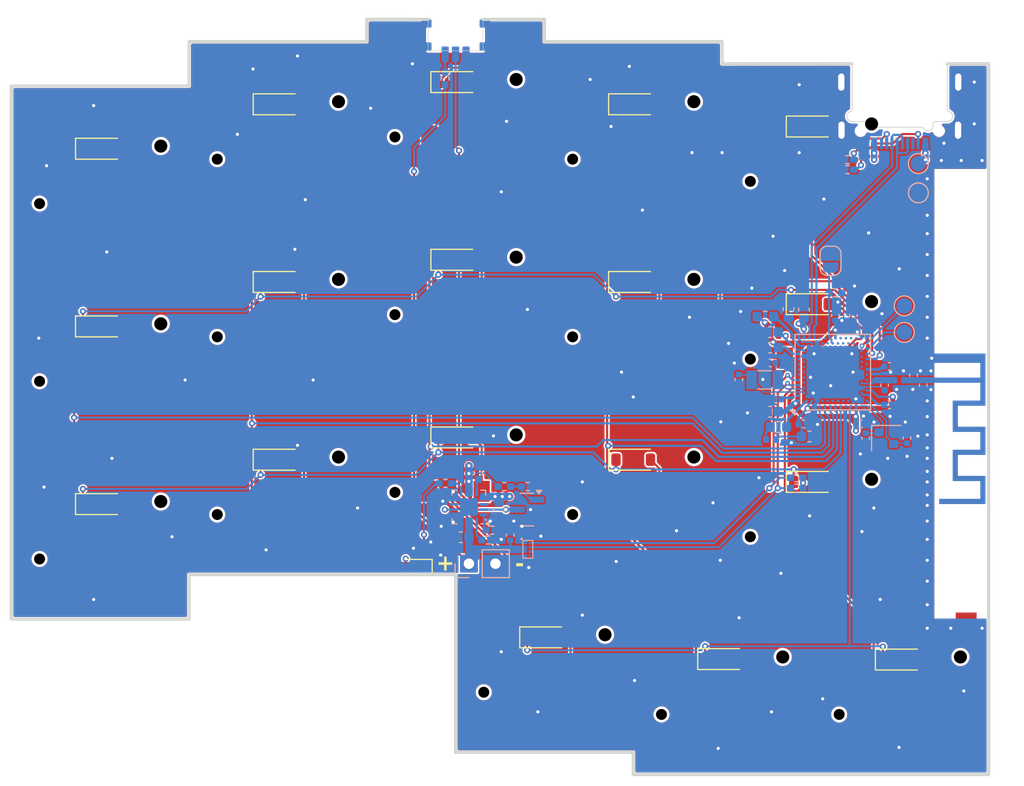
<source format=kicad_pcb>
(kicad_pcb (version 20241229) (generator "pcbnew") (generator_version "9.0")
  (title_block (title "Leptosis") (date "2025-07-06") (rev "v1.1") (company "Chengyin Yao (cheyao)") (comment 1 "A PG1316 Split Keyboard") (comment 2 "Solderpad License"))
  (layers (0 "F.Cu" signal) (4 "In1.Cu" signal) (6 "In2.Cu" signal) (2 "B.Cu" signal) (13 "F.Paste" user) (15 "B.Paste" user) (5 "F.SilkS" user "F.Silkscreen") (7 "B.SilkS" user "B.Silkscreen") (1 "F.Mask" user) (3 "B.Mask" user) (25 "Edge.Cuts" user))
  (net 0 "")
  (net 1 "/COL0")
  (net 2 "Net-(D1-A)")
  (net 3 "Net-(D2-A)")
  (net 4 "/COL1")
  (net 5 "/COL2")
  (net 6 "Net-(D3-A)")
  (net 7 "Net-(D4-A)")
  (net 8 "/COL3")
  (net 9 "Net-(D5-A)")
  (net 10 "/COL4")
  (net 11 "Net-(D7-A)")
  (net 12 "Net-(D8-A)")
  (net 13 "Net-(D9-A)")
  (net 14 "Net-(D10-A)")
  (net 15 "Net-(D11-A)")
  (net 16 "Net-(D13-A)")
  (net 17 "Net-(D14-A)")
  (net 18 "Net-(D15-A)")
  (net 19 "Net-(D16-A)")
  (net 20 "Net-(D17-A)")
  (net 21 "Net-(D21-A)")
  (net 22 "Net-(D22-A)")
  (net 23 "Net-(D23-A)")
  (net 34 "/~{RESET}")
  (net 54 "GND")
  (net 55 "Net-(AE1-A)")
  (net 56 "VDD_nRF")
  (net 57 "Net-(U1-XL1{slash}P0.00)")
  (net 58 "Net-(U1-DCC)")
  (net 59 "/D+")
  (net 60 "Net-(U1-XC2)")
  (net 61 "Net-(U1-ANT)")
  (net 62 "VBUS")
  (net 63 "Net-(U1-XC1)")
  (net 64 "/D-")
  (net 65 "Net-(U1-DCCH)")
  (net 66 "Net-(U1-XL2{slash}P0.01)")
  (net 67 "Net-(L2-Pad2)")
  (net 68 "Net-(J1-CC2)")
  (net 69 "Net-(J1-CC1)")
  (net 70 "+5V")
  (net 71 "Net-(U2-ILIM)")
  (net 72 "+BATT")
  (net 73 "/SYSOFF")
  (net 74 "Net-(Q2-G)")
  (net 75 "Net-(U2-TS)")
  (net 77 "Net-(U2-~{CHG})")
  (net 78 "Net-(U2-ISET)")
  (net 79 "Net-(SW31-A)")
  (net 80 "Net-(D31-K)")
  (net 81 "Net-(U1-SWDCLK)")
  (net 82 "Net-(U1-SWDIO)")
  (net 83 "/DEC1")
  (net 84 "/DEC3")
  (net 85 "/DEC5")
  (net 86 "/DEC4_6")
  (net 87 "/DECUSB")
  (net 88 "/ROW0")
  (net 89 "/ROW1")
  (net 90 "/ROW2")
  (net 91 "/ROW3")
  (net 92 "/SDA")
  (net 93 "/SCL")
  (net 94 "/~{ALERT}")
  (footprint "PCM_marbastlib-xp-choc:SW_PG1316S" (layer "F.Cu") (at 134.245097 67.119104)
    (property "Reference" "SW4" (hide yes))
    (property "Value" "SW_Push")
  )
  (footprint "Diode_SMD:D_SOD-123" (layer "F.Cu") (at 134.245097 81.619104)
    (property "Reference" "D9" (hide yes))
    (property "Value" "1N4148W")
  )
  (footprint "Diode_SMD:D_SOD-123" (layer "F.Cu") (at 168.245097 102.869104)
    (property "Reference" "D17" (hide yes))
    (property "Value" "1N4148W")
  )
  (footprint "Diode_SMD:D_SOD-123" (layer "F.Cu") (at 134.245097 98.619104)
    (property "Reference" "D15" (hide yes))
    (property "Value" "1N4148W")
  )
  (footprint "PCM_marbastlib-xp-choc:SW_PG1316S" (layer "F.Cu") (at 134.245097 84.119104)
    (property "Reference" "SW10" (hide yes))
    (property "Value" "SW_Push")
  )
  (footprint "Diode_SMD:D_SOD-123" (layer "F.Cu") (at 100.245097 70.994104)
    (property "Reference" "D1" (hide yes))
    (property "Value" "1N4148W")
  )
  (footprint "PCM_marbastlib-xp-choc:SW_PG1316S" (layer "F.Cu") (at 134.245097 101.119104)
    (property "Reference" "SW16" (hide yes))
    (property "Value" "SW_Push")
  )
  (footprint "PCM_marbastlib-xp-choc:SW_PG1316S" (layer "F.Cu") (at 117.245097 103.244104)
    (property "Reference" "SW15" (hide yes))
    (property "Value" "SW_Push")
  )
  (footprint "LED_SMD:LED_0603_1608Metric_Pad1.05x0.95mm_HandSolder" (layer "F.Cu") (at 130.345097 111.019104 180)
    (property "Reference" "D31" (hide yes))
    (property "Value" "LED")
  )
  (footprint "Diode_SMD:D_SOD-123" (layer "F.Cu") (at 151.245097 100.744104)
    (property "Reference" "D16" (hide yes))
    (property "Value" "1N4148W")
  )
  (footprint "PCM_marbastlib-xp-choc:SW_PG1316S" (layer "F.Cu") (at 176.745097 122.369104)
    (property "Reference" "SW24" (hide yes))
    (property "Value" "SW_Push")
  )
  (footprint "Diode_SMD:D_SOD-123" (layer "F.Cu") (at 151.245097 83.744104)
    (property "Reference" "D10" (hide yes))
    (property "Value" "1N4148W")
  )
  (footprint "Diode_SMD:D_SOD-123" (layer "F.Cu") (at 176.770097 119.869104)
    (property "Reference" "D23" (hide yes))
    (property "Value" "1N4148W")
  )
  (footprint "Diode_SMD:D_SOD-123" (layer "F.Cu") (at 117.245097 100.744104)
    (property "Reference" "D14" (hide yes))
    (property "Value" "1N4148W")
  )
  (footprint "PCM_marbastlib-xp-choc:SW_PG1316S" (layer "F.Cu") (at 151.245097 103.244104)
    (property "Reference" "SW17" (hide yes))
    (property "Value" "SW_Push")
  )
  (footprint "Diode_SMD:D_SOD-123" (layer "F.Cu") (at 117.245097 66.744104)
    (property "Reference" "D2" (hide yes))
    (property "Value" "1N4148W")
  )
  (footprint "Diode_SMD:D_SOD-123" (layer "F.Cu") (at 100.245097 104.994104)
    (property "Reference" "D13" (hide yes))
    (property "Value" "1N4148W")
  )
  (footprint "PCM_marbastlib-xp-choc:SW_PG1316S" (layer "F.Cu") (at 100.245097 73.494104)
    (property "Reference" "SW2" (hide yes))
    (property "Value" "SW_Push")
  )
  (footprint "Diode_SMD:D_SOD-123" (layer "F.Cu") (at 168.245097 68.869104)
    (property "Reference" "D5" (hide yes))
    (property "Value" "1N4148W")
  )
  (footprint "PCM_marbastlib-xp-choc:SW_PG1316S" (layer "F.Cu") (at 100.245097 107.494104)
    (property "Reference" "SW14" (hide yes))
    (property "Value" "SW_Push")
  )
  (footprint "PCM_marbastlib-xp-choc:SW_PG1316S" (layer "F.Cu") (at 168.245097 71.369104)
    (property "Reference" "SW6" (hide yes))
    (property "Value" "SW_Push")
  )
  (footprint "PCM_marbastlib-xp-choc:SW_PG1316S" (layer "F.Cu") (at 117.245097 69.244104)
    (property "Reference" "SW3" (hide yes))
    (property "Value" "SW_Push")
  )
  (footprint "Diode_SMD:D_SOD-123" (layer "F.Cu") (at 142.745097 117.744104)
    (property "Reference" "D21" (hide yes))
    (property "Value" "1N4148W")
  )
  (footprint "Diode_SMD:D_SOD-123" (layer "F.Cu") (at 117.245097 83.744104)
    (property "Reference" "D8" (hide yes))
    (property "Value" "1N4148W")
  )
  (footprint "PCM_marbastlib-xp-choc:SW_PG1316S" (layer "F.Cu") (at 142.745097 120.244104)
    (property "Reference" "SW22" (hide yes))
    (property "Value" "SW_Push")
  )
  (footprint "PCM_marbastlib-xp-choc:SW_PG1316S" (layer "F.Cu") (at 168.245097 105.369104)
    (property "Reference" "SW18" (hide yes))
    (property "Value" "SW_Push")
  )
  (footprint "Diode_SMD:D_SOD-123" (layer "F.Cu") (at 159.770097 119.819104)
    (property "Reference" "D22" (hide yes))
    (property "Value" "1N4148W")
  )
  (footprint "PCM_marbastlib-xp-choc:SW_PG1316S" (layer "F.Cu") (at 100.245097 90.494104)
    (property "Reference" "SW8" (hide yes))
    (property "Value" "SW_Push")
  )
  (footprint "PCM_marbastlib-xp-choc:SW_PG1316S" (layer "F.Cu") (at 168.245097 88.369104)
    (property "Reference" "SW12" (hide yes))
    (property "Value" "SW_Push")
  )
  (footprint "Diode_SMD:D_SOD-123" (layer "F.Cu") (at 100.245097 87.994104)
    (property "Reference" "D7" (hide yes))
    (property "Value" "1N4148W")
  )
  (footprint "Diode_SMD:D_SOD-123" (layer "F.Cu") (at 168.245097 85.869104)
    (property "Reference" "D11" (hide yes))
    (property "Value" "1N4148W")
  )
  (footprint "PCM_marbastlib-xp-choc:SW_PG1316S" (layer "F.Cu") (at 151.245097 69.244104)
    (property "Reference" "SW5" (hide yes))
    (property "Value" "SW_Push")
  )
  (footprint "PCM_marbastlib-xp-choc:SW_PG1316S" (layer "F.Cu") (at 151.245097 86.244104)
    (property "Reference" "SW11" (hide yes))
    (property "Value" "SW_Push")
  )
  (footprint "Diode_SMD:D_SOD-123" (layer "F.Cu") (at 134.245097 64.619104)
    (property "Reference" "D3" (hide yes))
    (property "Value" "1N4148W")
  )
  (footprint "PCM_marbastlib-xp-choc:SW_PG1316S" (layer "F.Cu") (at 117.245097 86.244104)
    (property "Reference" "SW9" (hide yes))
    (property "Value" "SW_Push")
  )
  (footprint "Diode_SMD:D_SOD-123" (layer "F.Cu") (at 151.245097 66.744104)
    (property "Reference" "D4" (hide yes))
    (property "Value" "1N4148W")
  )
  (footprint "PCM_marbastlib-xp-choc:SW_PG1316S" (layer "F.Cu") (at 159.745097 122.369104)
    (property "Reference" "SW23" (hide yes))
    (property "Value" "SW_Push")
  )
  (footprint "Capacitor_SMD:C_0603_1608Metric" (layer "B.Cu") (at 164.345097 88.544104 180)
    (property "Reference" "C15" (hide yes))
    (property "Value" "4.7uF")
  )
  (footprint "leptosis:Switch_Sink_MINI_MSK12CO2" (layer "B.Cu") (at 134.245097 60.114104)
    (property "Reference" "SW31" (hide yes))
    (property "Value" "SW_SPDT")
    (fp_line (start -2.625 1.5) (end -2.625 -1.5) (stroke (width 0.05)) (layer "Edge.Cuts"))
    (fp_line (start 2.625 -1.5) (end 2.625 1.5) (stroke (width 0.05)) (layer "Edge.Cuts"))
    (fp_line (start 2.625 1.5) (end -2.625 1.5) (stroke (width 0.05)) (layer "Edge.Cuts"))
  )
  (footprint "Capacitor_SMD:C_0402_1005Metric" (layer "B.Cu") (at 164.370097 91.479104 180)
    (property "Reference" "C4" (hide yes))
    (property "Value" "15pF")
  )
  (footprint "Crystal:Crystal_SMD_2016-4Pin_2.0x1.6mm" (layer "B.Cu") (at 175.455097 98.679104)
    (property "Reference" "Y1" (hide yes))
    (property "Value" "32MHz 12pF")
  )
  (footprint "Capacitor_SMD:C_0603_1608Metric" (layer "B.Cu") (at 164.345097 90.019104 180)
    (property "Reference" "C16" (hide yes))
    (property "Value" "4.7uF")
  )
  (footprint "Capacitor_SMD:C_0402_1005Metric" (layer "B.Cu") (at 175.755097 95.489104 180)
    (property "Reference" "C9" (hide yes))
    (property "Value" "100pF")
  )
  (footprint "Connector_PinSocket_2.54mm:PinSocket_1x02_P2.54mm_Vertical" (layer "B.Cu") (at 135.520097 110.694104 -90)
    (property "Reference" "J2" (hide yes))
    (property "Value" "Conn_01x02")
  )
  (footprint "Package_DFN_QFN:Nordic_AQFN-73-1EP_7x7mm_P0.5mm" (layer "B.Cu") (at 170.335097 92.369104)
    (property "Reference" "U1" (hide yes))
    (property "Value" "nRF52840")
  )
  (footprint "Resistor_SMD:R_0402_1005Metric_Pad0.72x0.64mm_HandSolder" (layer "B.Cu") (at 137.335097 108.429104 180)
    (property "Reference" "R10" (hide yes))
    (property "Value" "10k")
  )
  (footprint "Inductor_SMD:L_0402_1005Metric" (layer "B.Cu") (at 176.680097 93.139104 180)
    (property "Reference" "L1" (hide yes))
    (property "Value" "4.7nH")
  )
  (footprint "Capacitor_SMD:C_0402_1005Metric" (layer "B.Cu") (at 178.985097 93.619104 -90)
    (property "Reference" "C6" (hide yes))
    (property "Value" "0.5pF")
  )
  (footprint "Resistor_SMD:R_0402_1005Metric_Pad0.72x0.64mm_HandSolder" (layer "B.Cu") (at 171.742597 72.044104 180)
    (property "Reference" "R1" (hide yes))
    (property "Value" "5.1k")
  )
  (footprint "Resistor_SMD:R_0402_1005Metric_Pad0.72x0.64mm_HandSolder" (layer "B.Cu") (at 171.742597 72.994104 180)
    (property "Reference" "R2" (hide yes))
    (property "Value" "5.1k")
  )
  (footprint "Capacitor_SMD:C_0603_1608Metric" (layer "B.Cu") (at 138.395097 105.519104 -90)
    (property "Reference" "C22" (hide yes))
    (property "Value" "4.7uF")
  )
  (footprint "Crystal:Crystal_SMD_3215-2Pin_3.2x1.5mm" (layer "B.Cu") (at 163.815097 93.109104)
    (property "Reference" "Y2" (hide yes))
    (property "Value" "32.768kHz 12.5pF")
  )
  (footprint "Capacitor_SMD:C_0402_1005Metric" (layer "B.Cu") (at 139.470097 107.969104 90)
    (property "Reference" "C23" (hide yes))
    (property "Value" "100nF")
  )
  (footprint "Capacitor_SMD:C_0402_1005Metric" (layer "B.Cu") (at 167.535097 97.329104 180)
    (property "Reference" "C12" (hide yes))
    (property "Value" "47nF")
  )
  (footprint "Resistor_SMD:R_0402_1005Metric_Pad0.72x0.64mm_HandSolder" (layer "B.Cu") (at 166.870097 103.469104)
    (property "Reference" "R15" (hide yes))
    (property "Value" "5.1k")
  )
  (footprint "Capacitor_SMD:C_0603_1608Metric" (layer "B.Cu") (at 167.580097 86.379104 90)
    (property "Reference" "C14" (hide yes))
    (property "Value" "4.7uF")
  )
  (footprint "Resistor_SMD:R_0402_1005Metric_Pad0.72x0.64mm_HandSolder" (layer "B.Cu") (at 136.420097 102.019104 -90)
    (property "Reference" "R5" (hide yes))
    (property "Value" "1.5k")
  )
  (footprint "TestPoint:TestPoint_Pad_D1.5mm" (layer "B.Cu") (at 178.520097 75.219104)
    (property "Reference" "TP4" (hide yes))
    (property "Value" "TestPoint")
  )
  (footprint "RF_Antenna:Texas_SWRA117D_2.4GHz_Left" (layer "B.Cu") (at 179.795097 93.139104 90)
    (property "Reference" "AE1" (hide yes))
    (property "Value" "Antenna_Shield")
  )
  (footprint "Inductor_SMD:L_0603_1608Metric" (layer "B.Cu") (at 165.135097 97.619104 180)
    (property "Reference" "L2" (hide yes))
    (property "Value" "10uH")
  )
  (footprint "Inductor_SMD:L_0603_1608Metric" (layer "B.Cu") (at 163.870097 87.069104 180)
    (property "Reference" "L4" (hide yes))
    (property "Value" "10uH")
  )
  (footprint "Resistor_SMD:R_0402_1005Metric_Pad0.72x0.64mm_HandSolder" (layer "B.Cu") (at 133.267597 103.019104 180)
    (property "Reference" "R9" (hide yes))
    (property "Value" "1.5k")
  )
  (footprint "Capacitor_SMD:C_0402_1005Metric" (layer "B.Cu") (at 177.430097 98.679104 -90)
    (property "Reference" "C1" (hide yes))
    (property "Value" "15pF")
  )
  (footprint "Capacitor_SMD:C_0402_1005Metric" (layer "B.Cu") (at 164.905097 94.954104)
    (property "Reference" "C8" (hide yes))
    (property "Value" "100nF")
  )
  (footprint "Capacitor_SMD:C_0402_1005Metric" (layer "B.Cu") (at 172.305097 86.959104 90)
    (property "Reference" "C20" (hide yes))
    (property "Value" "100nF")
  )
  (footprint "Inductor_SMD:L_0402_1005Metric" (layer "B.Cu") (at 164.425097 98.819104)
    (property "Reference" "L3" (hide yes))
    (property "Value" "15nH")
  )
  (footprint "Capacitor_SMD:C_0402_1005Metric" (layer "B.Cu") (at 178.065097 92.659104 90)
    (property "Reference" "C7" (hide yes))
    (property "Value" "NC")
  )
  (footprint "Resistor_SMD:R_0402_1005Metric_Pad0.72x0.64mm_HandSolder" (layer "B.Cu") (at 138.920097 103.319104 180)
    (property "Reference" "R7" (hide yes))
    (property "Value" "100")
  )
  (footprint "TestPoint:TestPoint_Pad_D1.5mm" (layer "B.Cu") (at 178.520097 72.419104)
    (property "Reference" "TP3" (hide yes))
    (property "Value" "TestPoint")
  )
  (footprint "Capacitor_SMD:C_0402_1005Metric" (layer "B.Cu") (at 170.580097 86.949104 90)
    (property "Reference" "C19" (hide yes))
    (property "Value" "100nF")
  )
  (footprint "PCM_marbastlib-various:USB_C_Receptacle_HRO_TYPE-C-31-M-14" (layer "B.Cu") (at 176.745097 69.299104)
    (property "Reference" "J1" (hide yes))
    (property "Value" "USB_C_Receptacle_USB2.0_14P")
    (fp_line (start -4.554999 -2.0758) (end -4.554999 -6.435) (stroke (width 0.08)) (layer "Edge.Cuts"))
    (fp_line (start -3.405 -0.905) (end -4.555 -0.905) (stroke (width 0.08)) (layer "Edge.Cuts"))
    (fp_line (start -3.204999 -0.505) (end -3.204999 -0.705) (stroke (width 0.08)) (layer "Edge.Cuts"))
    (fp_line (start -0.004999 -0.355) (end -2.098781 -0.355) (stroke (width 0.08)) (layer "Edge.Cuts"))
    (fp_line (start -0.004999 -0.355) (end 2.0888 -0.355) (stroke (width 0.08)) (layer "Edge.Cuts"))
    (fp_line (start 3.195001 -0.505) (end 3.195001 -0.705) (stroke (width 0.08)) (layer "Edge.Cuts"))
    (fp_line (start 3.395 -0.905) (end 4.545 -0.905) (stroke (width 0.08)) (layer "Edge.Cuts"))
    (fp_line (start 4.545001 -2.075821) (end 4.545001 -6.43) (stroke (width 0.08)) (layer "Edge.Cuts"))
    (fp_arc (start -4.555 -0.905) (mid -5.04976 -1.332815) (end -4.697856 -1.884157) (stroke (width 0.08)) (layer "Edge.Cuts"))
    (fp_arc (start -4.554999 -2.0758) (mid -4.594642 -1.956298) (end -4.697856 -1.884158) (stroke (width 0.08)) (layer "Edge.Cuts"))
    (fp_arc (start -3.405 -0.905) (mid -3.263577 -0.846421) (end -3.204999 -0.705) (stroke (width 0.08)) (layer "Edge.Cuts"))
    (fp_arc (start -2.271986 -0.255) (mid -2.834409 -0.022037) (end -3.205001 -0.505) (stroke (width 0.08)) (layer "Edge.Cuts"))
    (fp_arc (start -2.271986 -0.255) (mid -2.198781 -0.328205) (end -2.098781 -0.355) (stroke (width 0.08)) (layer "Edge.Cuts"))
    (fp_arc (start 2.0888 -0.355) (mid 2.188789 -0.328211) (end 2.261988 -0.255) (stroke (width 0.08)) (layer "Edge.Cuts"))
    (fp_arc (start 3.195001 -0.705) (mid 3.253579 -0.846421) (end 3.395 -0.905) (stroke (width 0.08)) (layer "Edge.Cuts"))
    (fp_arc (start 3.195001 -0.505) (mid 2.82441 -0.022036) (end 2.261988 -0.255) (stroke (width 0.08)) (layer "Edge.Cuts"))
    (fp_arc (start 4.687858 -1.884158) (mid 5.039763 -1.332815) (end 4.545 -0.905) (stroke (width 0.08)) (layer "Edge.Cuts"))
    (fp_arc (start 4.687858 -1.884158) (mid 4.584652 -1.9563) (end 4.545001 -2.075821) (stroke (width 0.08)) (layer "Edge.Cuts"))
  )
  (footprint "Resistor_SMD:R_0402_1005Metric_Pad0.72x0.64mm_HandSolder" (layer "B.Cu") (at 166.870097 102.469104)
    (property "Reference" "R16" (hide yes))
    (property "Value" "5.1k")
  )
  (footprint "Resistor_SMD:R_0402_1005Metric_Pad0.72x0.64mm_HandSolder" (layer "B.Cu") (at 170.580097 84.779104 180)
    (property "Reference" "R3" (hide yes))
    (property "Value" "10k")
  )
  (footprint "Resistor_SMD:R_0402_1005Metric_Pad0.72x0.64mm_HandSolder" (layer "B.Cu") (at 133.245097 64.269104 -90)
    (property "Reference" "R8" (hide yes))
    (property "Value" "10k")
  )
  (footprint "Capacitor_SMD:C_0402_1005Metric" (layer "B.Cu") (at 173.480097 98.679104 90)
    (property "Reference" "C2" (hide yes))
    (property "Value" "15pF")
  )
  (footprint "Capacitor_SMD:C_0603_1608Metric" (layer "B.Cu") (at 166.1 86.34 -90)
    (property "Reference" "C13" (hide yes))
    (property "Value" "4.7uF")
  )
  (footprint "Capacitor_SMD:C_0402_1005Metric" (layer "B.Cu") (at 175.295097 93.619104 -90)
    (property "Reference" "C5" (hide yes))
    (property "Value" "0.8pF")
  )
  (footprint "Resistor_SMD:R_0402_1005Metric_Pad0.72x0.64mm_HandSolder" (layer "B.Cu") (at 137.760097 107.489104 180)
    (property "Reference" "R4" (hide yes))
    (property "Value" "3.9k")
  )
  (footprint "Jumper:SolderJumper-2_P1.3mm_Open_RoundedPad1.0x1.5mm" (layer "B.Cu") (at 170.120097 81.719104 -90)
    (property "Reference" "JP1" (hide yes))
    (property "Value" "SolderJumper_2_Open")
  )
  (footprint "leptosis:WLP-8_1.67x0.93_P0.4" (layer "B.Cu") (at 141.16 109.32 -90)
    (property "Reference" "U3" (hide yes))
    (property "Value" "MAX17048X")
  )
  (footprint "Package_TO_SOT_SMD:SOT-23" (layer "B.Cu") (at 141.060097 105.519104 180)
    (property "Reference" "Q2" (hide yes))
    (property "Value" "2N7002")
  )
  (footprint "Package_DFN_QFN:VQFN-16-1EP_3x3mm_P0.5mm_EP1.6x1.6mm" (layer "B.Cu") (at 135.520097 105.269104 90)
    (property "Reference" "U2" (hide yes))
    (property "Value" "BQ24075RGT")
  )
  (footprint "Capacitor_SMD:C_0402_1005Metric" (layer "B.Cu") (at 161.335097 93.069104 -90)
    (property "Reference" "C3" (hide yes))
    (property "Value" "15pF")
  )
  (footprint "Capacitor_SMD:C_0603_1608Metric" (layer "B.Cu") (at 164.355097 96.154104 180)
    (property "Reference" "C17" (hide yes))
    (property "Value" "1uF")
  )
  (footprint "Capacitor_SMD:C_0402_1005Metric" (layer "B.Cu") (at 175.755097 91.819104 180)
    (property "Reference" "C10" (hide yes))
    (property "Value" "820pF")
  )
  (footprint "TestPoint:TestPoint_Pad_D1.5mm" (layer "B.Cu") (at 177.170097 88.569104 180)
    (property "Reference" "TP1" (hide yes))
    (property "Value" "TestPoint")
  )
  (footprint "Capacitor_SMD:C_0402_1005Metric" (layer "B.Cu") (at 173.030097 97.309104)
    (property "Reference" "C18" (hide yes))
    (property "Value" "100nF")
  )
  (footprint "Capacitor_SMD:C_0603_1608Metric" (layer "B.Cu") (at 134.745097 108.169104 180)
    (property "Reference" "C21" (hide yes))
    (property "Value" "4.7uF")
  )
  (footprint "Resistor_SMD:R_0402_1005Metric_Pad0.72x0.64mm_HandSolder" (layer "B.Cu") (at 141.145097 103.319104 180)
    (property "Reference" "R6" (hide yes))
    (property "Value" "10k")
  )
  (footprint "Capacitor_SMD:C_0603_1608Metric" (layer "B.Cu") (at 168.105097 98.529104 180)
    (property "Reference" "C11" (hide yes))
    (property "Value" "1uF")
  )
  (footprint "TestPoint:TestPoint_Pad_D1.5mm" (layer "B.Cu") (at 177.170097 86.029104 180)
    (property "Reference" "TP2" (hide yes))
    (property "Value" "TestPoint")
  )
  (gr_line (start 174.115097 93.314104) (end 173.955097 93.444104) (stroke (width 0.2)) (layer "B.Cu") (net 61))
  (gr_line (start 142.745097 58.619104) (end 142.745097 60.744104) (stroke (width 0.3)) (layer "Edge.Cuts"))
  (gr_line (start 134.245097 111.744104) (end 134.245097 128.744104) (stroke (width 0.3)) (layer "Edge.Cuts"))
  (gr_line (start 134.245097 128.744104) (end 151.245097 128.744104) (stroke (width 0.3)) (layer "Edge.Cuts"))
  (gr_line (start 159.745097 60.744104) (end 159.745097 62.869104) (stroke (width 0.3)) (layer "Edge.Cuts"))
  (gr_line (start 125.745097 60.744104) (end 125.745097 58.614104) (stroke (width 0.3)) (layer "Edge.Cuts"))
  (gr_line (start 136.870097 58.619104) (end 142.745097 58.619104) (stroke (width 0.3)) (layer "Edge.Cuts"))
  (gr_line (start 159.745097 62.869104) (end 172.190098 62.864104) (stroke (width 0.3)) (layer "Edge.Cuts"))
  (gr_line (start 91.745097 115.994104) (end 108.745097 115.994104) (stroke (width 0.3)) (layer "Edge.Cuts"))
  (gr_line (start 108.745097 64.994104) (end 108.745097 60.744104) (stroke (width 0.3)) (layer "Edge.Cuts"))
  (gr_line (start 125.745097 58.614104) (end 131.620097 58.619104) (stroke (width 0.3)) (layer "Edge.Cuts"))
  (gr_line (start 181.290098 62.869104) (end 185.245097 62.869104) (stroke (width 0.3)) (layer "Edge.Cuts"))
  (gr_line (start 185.245097 130.869104) (end 185.245097 62.869104) (stroke (width 0.3)) (layer "Edge.Cuts"))
  (gr_line (start 108.745097 60.744104) (end 125.745097 60.744104) (stroke (width 0.3)) (layer "Edge.Cuts"))
  (gr_line (start 108.745097 115.994104) (end 108.745097 111.744104) (stroke (width 0.3)) (layer "Edge.Cuts"))
  (gr_line (start 151.245097 130.869104) (end 185.245097 130.869104) (stroke (width 0.3)) (layer "Edge.Cuts"))
  (gr_line (start 91.745097 64.994104) (end 108.745097 64.994104) (stroke (width 0.3)) (layer "Edge.Cuts"))
  (gr_line (start 108.745097 111.744104) (end 134.245097 111.744104) (stroke (width 0.3)) (layer "Edge.Cuts"))
  (gr_line (start 142.745097 60.744104) (end 159.745097 60.744104) (stroke (width 0.3)) (layer "Edge.Cuts"))
  (gr_line (start 91.745097 64.994104) (end 91.745097 115.994104) (stroke (width 0.3)) (layer "Edge.Cuts"))
  (gr_line (start 151.245097 128.744104) (end 151.245097 130.869104) (stroke (width 0.3)) (layer "Edge.Cuts"))
  (gr_text "+" (at 133.270097 110.719104 0) (layer "F.SilkS") (effects (font (size 1.5 1.5) (thickness 0.3) (bold yes))))
  (gr_text "-" (at 140.370097 110.769104 0) (layer "F.SilkS") (effects (font (size 1.5 1.5) (thickness 0.3) (bold yes))))
  (segment (start 97.745097 110.144104) (end 97.745097 96.719104) (width 0.2) (layer "F.Cu") (net 1))
  (segment (start 97.745097 96.719104) (end 97.745097 76.144104) (width 0.2) (layer "F.Cu") (net 1))
  (via (at 97.745097 96.719104) (size 0.6) (drill 0.3) (layers "F.Cu" "B.Cu") (net 1))
  (segment (start 169.085097 95.619104) (end 169.085097 96.434104) (width 0.2) (layer "B.Cu") (net 1))
  (segment (start 169.570097 96.919104) (end 169.570097 97.719104) (width 0.2) (layer "B.Cu") (net 1))
  (segment (start 169.120097 99.669104) (end 159.870097 99.669104) (width 0.2) (layer "B.Cu") (net 1))
  (segment (start 169.581097 99.208104) (end 169.120097 99.669104) (width 0.2) (layer "B.Cu") (net 1))
  (segment (start 156.920097 96.719104) (end 97.745097 96.719104) (width 0.2) (layer "B.Cu") (net 1))
  (segment (start 159.870097 99.669104) (end 156.920097 96.719104) (width 0.2) (layer "B.Cu") (net 1))
  (segment (start 169.581097 97.730104) (end 169.581097 99.208104) (width 0.2) (layer "B.Cu") (net 1))
  (segment (start 169.085097 96.434104) (end 169.570097 96.919104) (width 0.2) (layer "B.Cu") (net 1))
  (segment (start 169.570097 97.719104) (end 169.581097 97.730104) (width 0.2) (layer "B.Cu") (net 1))
  (segment (start 102.745097 71.844104) (end 101.895097 70.994104) (width 0.2) (layer "F.Cu") (net 2))
  (segment (start 102.745097 76.144104) (end 102.745097 71.844104) (width 0.2) (layer "F.Cu") (net 2))
  (segment (start 119.745097 71.894104) (end 119.745097 67.594104) (width 0.2) (layer "F.Cu") (net 3))
  (segment (start 119.745097 67.594104) (end 118.895097 66.744104) (width 0.2) (layer "F.Cu") (net 3))
  (segment (start 114.745097 97.244104) (end 114.770097 97.269104) (width 0.2) (layer "F.Cu") (net 4))
  (segment (start 114.745097 71.894104) (end 114.745097 97.244104) (width 0.2) (layer "F.Cu") (net 4))
  (segment (start 114.745097 97.294104) (end 114.745097 105.894104) (width 0.2) (layer "F.Cu") (net 4))
  (segment (start 114.770097 97.269104) (end 114.745097 97.294104) (width 0.2) (layer "F.Cu") (net 4))
  (via (at 114.770097 97.269104) (size 0.6) (drill 0.3) (layers "F.Cu" "B.Cu") (net 4))
  (segment (start 159.720097 100.069104) (end 169.270097 100.069104) (width 0.2) (layer "B.Cu") (net 4))
  (segment (start 156.920097 97.269104) (end 159.720097 100.069104) (width 0.2) (layer "B.Cu") (net 4))
  (segment (start 169.970097 96.669104) (end 169.585097 96.284104) (width 0.2) (layer "B.Cu") (net 4))
  (segment (start 169.585097 96.284104) (end 169.585097 95.619104) (width 0.2) (layer "B.Cu") (net 4))
  (segment (start 169.970097 99.369104) (end 169.970097 96.669104) (width 0.2) (layer "B.Cu") (net 4))
  (segment (start 114.770097 97.269104) (end 156.920097 97.269104) (width 0.2) (layer "B.Cu") (net 4))
  (segment (start 169.270097 100.069104) (end 169.970097 99.369104) (width 0.2) (layer "B.Cu") (net 4))
  (segment (start 131.865097 99.489104) (end 131.745097 99.369104) (width 0.2) (layer "F.Cu") (net 5))
  (segment (start 132.920097 103.769104) (end 140.245097 111.094104) (width 0.2) (layer "F.Cu") (net 5))
  (segment (start 131.745097 103.769104) (end 131.745097 99.609104) (width 0.2) (layer "F.Cu") (net 5))
  (segment (start 131.745097 99.369104) (end 131.745097 69.769104) (width 0.2) (layer "F.Cu") (net 5))
  (segment (start 131.745097 99.609104) (end 131.865097 99.489104) (width 0.2) (layer "F.Cu") (net 5))
  (segment (start 140.245097 111.094104) (end 140.245097 122.894104) (width 0.2) (layer "F.Cu") (net 5))
  (segment (start 131.745097 103.769104) (end 132.920097 103.769104) (width 0.2) (layer "F.Cu") (net 5))
  (via (at 131.865097 99.489104) (size 0.6) (drill 0.3) (layers "F.Cu" "B.Cu") (net 5))
  (segment (start 147.750097 99.489104) (end 148.370097 98.869104) (width 0.2) (layer "B.Cu") (net 5))
  (segment (start 170.370097 96.469104) (end 170.120097 96.219104) (width 0.2) (layer "B.Cu") (net 5))
  (segment (start 157.869097 98.868104) (end 159.470097 100.469104) (width 0.2) (layer "B.Cu") (net 5))
  (segment (start 148.370097 98.869104) (end 148.820097 98.869104) (width 0.2) (layer "B.Cu") (net 5))
  (segment (start 170.120097 95.654104) (end 170.085097 95.619104) (width 0.2) (layer "B.Cu") (net 5))
  (segment (start 148.820097 98.869104) (end 148.821097 98.868104) (width 0.2) (layer "B.Cu") (net 5))
  (segment (start 170.120097 96.219104) (end 170.120097 95.654104) (width 0.2) (layer "B.Cu") (net 5))
  (segment (start 131.865097 99.489104) (end 147.750097 99.489104) (width 0.2) (layer "B.Cu") (net 5))
  (segment (start 159.470097 100.469104) (end 169.470097 100.469104) (width 0.2) (layer "B.Cu") (net 5))
  (segment (start 170.370097 99.569104) (end 170.370097 96.469104) (width 0.2) (layer "B.Cu") (net 5))
  (segment (start 148.821097 98.868104) (end 157.869097 98.868104) (width 0.2) (layer "B.Cu") (net 5))
  (segment (start 169.470097 100.469104) (end 170.370097 99.569104) (width 0.2) (layer "B.Cu") (net 5))
  (segment (start 136.745097 69.769104) (end 136.745097 65.469104) (width 0.2) (layer "F.Cu") (net 6))
  (segment (start 136.745097 65.469104) (end 135.895097 64.619104) (width 0.2) (layer "F.Cu") (net 6))
  (segment (start 153.745097 71.894104) (end 153.745097 67.594104) (width 0.2) (layer "F.Cu") (net 7))
  (segment (start 153.745097 67.594104) (end 152.895097 66.744104) (width 0.2) (layer "F.Cu") (net 7))
  (segment (start 148.845097 99.419104) (end 148.745097 99.319104) (width 0.2) (layer "F.Cu") (net 8))
  (segment (start 148.745097 99.519104) (end 148.845097 99.419104) (width 0.2) (layer "F.Cu") (net 8))
  (segment (start 148.745097 99.319104) (end 148.745097 71.894104) (width 0.2) (layer "F.Cu") (net 8))
  (segment (start 148.745097 105.894104) (end 148.745097 99.519104) (width 0.2) (layer "F.Cu") (net 8))
  (segment (start 157.245097 114.394104) (end 157.245097 125.019104) (width 0.2) (layer "F.Cu") (net 8))
  (segment (start 148.745097 105.894104) (end 157.245097 114.394104) (width 0.2) (layer "F.Cu") (net 8))
  (via (at 148.845097 99.419104) (size 0.6) (drill 0.3) (layers "F.Cu" "B.Cu") (net 8))
  (segment (start 169.670097 100.869104) (end 159.170097 100.869104) (width 0.2) (layer "B.Cu") (net 8))
  (segment (start 170.734096 99.805105) (end 169.670097 100.869104) (width 0.2) (layer "B.Cu") (net 8))
  (segment (start 157.720097 99.419104) (end 148.845097 99.419104) (width 0.2) (layer "B.Cu") (net 8))
  (segment (start 170.585098 96.069104) (end 170.734096 96.218102) (width 0.2) (layer "B.Cu") (net 8))
  (segment (start 170.734096 96.218102) (end 170.734096 99.805105) (width 0.2) (layer "B.Cu") (net 8))
  (segment (start 159.170097 100.869104) (end 157.720097 99.419104) (width 0.2) (layer "B.Cu") (net 8))
  (segment (start 170.585098 95.619104) (end 170.585098 96.069104) (width 0.2) (layer "B.Cu") (net 8))
  (segment (start 169.910097 68.884104) (end 169.895097 68.869104) (width 0.2) (layer "F.Cu") (net 9))
  (segment (start 169.910097 73.184104) (end 169.910097 68.884104) (width 0.2) (layer "F.Cu") (net 9))
  (segment (start 170.745097 74.019104) (end 169.910097 73.184104) (width 0.2) (layer "F.Cu") (net 9))
  (segment (start 174.099894 90.558901) (end 174.099894 88.048901) (width 0.2) (layer "F.Cu") (net 10))
  (segment (start 165.745097 108.019104) (end 174.245097 116.519104) (width 0.2) (layer "F.Cu") (net 10))
  (segment (start 170.230097 83.669104) (end 159.570097 83.669104) (width 0.2) (layer "F.Cu") (net 10))
  (segment (start 172.220097 86.169104) (end 172.220097 85.659104) (width 0.2) (layer "F.Cu") (net 10))
  (segment (start 159.570097 76.519104) (end 160.370097 75.719104) (width 0.2) (layer "F.Cu") (net 10))
  (segment (start 165.745097 91.019104) (end 164.372397 91.019104) (width 0.2) (layer "F.Cu") (net 10))
  (segment (start 160.370097 75.719104) (end 164.045097 75.719104) (width 0.2) (layer "F.Cu") (net 10))
  (segment (start 165.745097 94.594104) (end 165.745097 101.019104) (width 0.2) (layer "F.Cu") (net 10))
  (segment (start 159.570097 86.216804) (end 159.570097 84.669104) (width 0.2) (layer "F.Cu") (net 10))
  (segment (start 166.490572 93.848629) (end 165.745097 94.594104) (width 0.2) (layer "F.Cu") (net 10))
  (segment (start 159.570097 83.669104) (end 159.570097 76.519104) (width 0.2) (layer "F.Cu") (net 10))
  (segment (start 174.099894 88.048901) (end 172.220097 86.169104) (width 0.2) (layer "F.Cu") (net 10))
  (segment (start 174.245097 116.519104) (end 174.245097 125.019104) (width 0.2) (layer "F.Cu") (net 10))
  (segment (start 164.045097 75.719104) (end 165.745097 74.019104) (width 0.2) (layer "F.Cu") (net 10))
  (segment (start 172.220097 85.659104) (end 170.230097 83.669104) (width 0.2) (layer "F.Cu") (net 10))
  (segment (start 159.570097 84.669104) (end 159.570097 83.669104) (width 0.2) (layer "F.Cu") (net 10))
  (segment (start 166.490572 91.764579) (end 166.490572 93.848629) (width 0.2) (layer "F.Cu") (net 10))
  (segment (start 164.372397 91.019104) (end 159.570097 86.216804) (width 0.2) (layer "F.Cu") (net 10))
  (segment (start 165.745097 91.019104) (end 166.490572 91.764579) (width 0.2) (layer "F.Cu") (net 10))
  (segment (start 165.745097 101.019104) (end 165.745097 108.019104) (width 0.2) (layer "F.Cu") (net 10))
  (via (at 174.099894 90.558901) (size 0.6) (drill 0.3) (layers "F.Cu" "B.Cu") (net 10))
  (segment (start 174.099894 90.558901) (end 174.039691 90.619104) (width 0.2) (layer "B.Cu") (net 10))
  (segment (start 174.039691 90.619104) (end 173.585097 90.619104) (width 0.2) (layer "B.Cu") (net 10))
  (segment (start 102.745097 88.844104) (end 101.895097 87.994104) (width 0.2) (layer "F.Cu") (net 11))
  (segment (start 102.745097 93.144104) (end 102.745097 88.844104) (width 0.2) (layer "F.Cu") (net 11))
  (segment (start 119.745097 88.894104) (end 119.745097 84.594104) (width 0.2) (layer "F.Cu") (net 12))
  (segment (start 119.745097 84.594104) (end 118.895097 83.744104) (width 0.2) (layer "F.Cu") (net 12))
  (segment (start 136.745097 82.469104) (end 135.895097 81.619104) (width 0.2) (layer "F.Cu") (net 13))
  (segment (start 136.745097 86.769104) (end 136.745097 82.469104) (width 0.2) (layer "F.Cu") (net 13))
  (segment (start 153.745097 88.894104) (end 153.745097 84.594104) (width 0.2) (layer "F.Cu") (net 14))
  (segment (start 153.745097 84.594104) (end 152.895097 83.744104) (width 0.2) (layer "F.Cu") (net 14))
  (segment (start 170.246097 86.220104) (end 169.895097 85.869104) (width 0.2) (layer "F.Cu") (net 15))
  (segment (start 171.150329 86.220104) (end 170.246097 86.220104) (width 0.2) (layer "F.Cu") (net 15))
  (segment (start 172.554201 89.21) (end 172.98 89.21) (width 0.2) (layer "F.Cu") (net 15))
  (segment (start 172.98 89.21) (end 173.231097 88.958903) (width 0.2) (layer "F.Cu") (net 15))
  (segment (start 170.745097 91.019104) (end 172.554201 89.21) (width 0.2) (layer "F.Cu") (net 15))
  (segment (start 173.231097 88.958903) (end 173.231097 88.300872) (width 0.2) (layer "F.Cu") (net 15))
  (segment (start 173.231097 88.300872) (end 171.150329 86.220104) (width 0.2) (layer "F.Cu") (net 15))
  (segment (start 102.745097 110.144104) (end 102.745097 105.844104) (width 0.2) (layer "F.Cu") (net 16))
  (segment (start 102.745097 105.844104) (end 101.895097 104.994104) (width 0.2) (layer "F.Cu") (net 16))
  (segment (start 119.745097 101.594104) (end 118.895097 100.744104) (width 0.2) (layer "F.Cu") (net 17))
  (segment (start 119.745097 105.894104) (end 119.745097 101.594104) (width 0.2) (layer "F.Cu") (net 17))
  (segment (start 136.745097 99.469104) (end 135.895097 98.619104) (width 0.2) (layer "F.Cu") (net 18))
  (segment (start 136.745097 103.769104) (end 136.745097 99.469104) (width 0.2) (layer "F.Cu") (net 18))
  (segment (start 153.745097 101.594104) (end 152.895097 100.744104) (width 0.2) (layer "F.Cu") (net 19))
  (segment (start 153.745097 105.894104) (end 153.745097 101.594104) (width 0.2) (layer "F.Cu") (net 19))
  (segment (start 170.745097 103.719104) (end 169.895097 102.869104) (width 0.2) (layer "F.Cu") (net 20))
  (segment (start 170.745097 108.019104) (end 170.745097 103.719104) (width 0.2) (layer "F.Cu") (net 20))
  (segment (start 145.245097 118.594104) (end 144.395097 117.744104) (width 0.2) (layer "F.Cu") (net 21))
  (segment (start 145.245097 122.894104) (end 145.245097 118.594104) (width 0.2) (layer "F.Cu") (net 21))
  (segment (start 162.245097 120.644103) (end 161.420097 119.819103) (width 0.25) (layer "F.Cu") (net 22))
  (segment (start 162.245097 125.019104) (end 162.245097 120.644103) (width 0.25) (layer "F.Cu") (net 22))
  (segment (start 179.245097 120.694104) (end 178.420097 119.869104) (width 0.25) (layer "F.Cu") (net 23))
  (segment (start 179.245097 125.019104) (end 179.245097 120.694104) (width 0.25) (layer "F.Cu") (net 23))
  (segment (start 169.982597 89.016605) (end 169.982597 84.779104) (width 0.2) (layer "B.Cu") (net 34))
  (segment (start 170.085096 89.119104) (end 169.982597 89.016605) (width 0.2) (layer "B.Cu") (net 34))
  (segment (start 170.335097 89.619104) (end 170.204097 89.488104) (width 0.2) (layer "B.Cu") (net 34))
  (segment (start 170.204097 89.488104) (end 170.204097 89.238105) (width 0.2) (layer "B.Cu") (net 34))
  (segment (start 169.982597 82.506604) (end 170.120097 82.369104) (width 0.2) (layer "B.Cu") (net 34))
  (segment (start 170.204097 89.238105) (end 170.085096 89.119104) (width 0.2) (layer "B.Cu") (net 34))
  (segment (start 169.982597 84.779104) (end 169.982597 82.506604) (width 0.2) (layer "B.Cu") (net 34))
  (via (at 146.370097 102.869104) (size 0.6) (drill 0.3) (layers "F.Cu" "B.Cu") (net 54))
  (via (at 138.620097 119.119104) (size 0.6) (drill 0.3) (layers "F.Cu" "B.Cu") (net 54))
  (via (at 116.120097 109.369104) (size 0.6) (drill 0.3) (layers "F.Cu" "B.Cu") (net 54))
  (via (at 147.120097 64.369104) (size 0.6) (drill 0.3) (layers "F.Cu" "B.Cu") (net 54))
  (via (at 174.27351 97.147517) (size 0.6) (drill 0.3) (layers "F.Cu" "B.Cu") (net 54))
  (via (at 149.61 110.48) (size 0.6) (drill 0.3) (layers "F.Cu" "B.Cu") (net 54))
  (via (at 178.720097 92.244104) (size 0.6) (drill 0.3) (layers "F.Cu" "B.Cu") (net 54))
  (via (at 179.370097 106.619104) (size 0.6) (drill 0.3) (layers "F.Cu" "B.Cu") (net 54))
  (via (at 170.820097 85.669104) (size 0.6) (drill 0.3) (layers "F.Cu" "B.Cu") (net 54))
  (via (at 177.270097 97.144104) (size 0.6) (drill 0.3) (layers "F.Cu" "B.Cu") (net 54))
  (via (at 126.120097 67.119104) (size 0.6) (drill 0.3) (layers "F.Cu" "B.Cu") (net 54))
  (via (at 168.870097 97.369104) (size 0.6) (drill 0.3) (layers "F.Cu" "B.Cu") (net 54))
  (via (at 161.370097 115.869104) (size 0.6) (drill 0.3) (layers "F.Cu" "B.Cu") (net 54))
  (via (at 179.370097 83.119104) (size 0.6) (drill 0.3) (layers "F.Cu" "B.Cu") (net 54))
  (via (at 164.470097 124.869104) (size 0.6) (drill 0.3) (layers "F.Cu" "B.Cu") (net 54))
  (via (at 169.48 75.81) (size 0.6) (drill 0.3) (layers "F.Cu" "B.Cu") (net 54))
  (via (at 178.470097 98.494104) (size 0.6) (drill 0.3) (layers "F.Cu" "B.Cu") (net 54))
  (via (at 176.69 82.49) (size 0.6) (drill 0.3) (layers "F.Cu" "B.Cu") (net 54))
  (via (at 180.970097 70.469104) (size 0.6) (drill 0.3) (layers "F.Cu" "B.Cu") (net 54))
  (via (at 142.120097 124.869104) (size 0.6) (drill 0.3) (layers "F.Cu" "B.Cu") (net 54))
  (via (at 179.370097 104.119104) (size 0.6) (drill 0.3) (layers "F.Cu" "B.Cu") (net 54))
  (via (at 163.642762 93.069104) (size 0.6) (drill 0.3) (layers "F.Cu" "B.Cu") (net 54))
  (via (at 130.120097 62.869104) (size 0.6) (drill 0.3) (layers "F.Cu" "B.Cu") (net 54))
  (via (at 138.620097 108.369104) (size 0.6) (drill 0.3) (layers "F.Cu" "B.Cu") (net 54))
  (via (at 179.370097 112.369104) (size 0.6) (drill 0.3) (layers "F.Cu" "B.Cu") (net 54))
  (via (at 141.120097 86.369104) (size 0.6) (drill 0.3) (layers "F.Cu" "B.Cu") (net 54))
  (via (at 172.270097 92.369104) (size 0.6) (drill 0.3) (layers "F.Cu" "B.Cu") (net 54))
  (via (at 142.41 108.06) (size 0.6) (drill 0.3) (layers "F.Cu" "B.Cu") (net 54))
  (via (at 158.870097 104.869104) (size 0.6) (drill 0.3) (layers "F.Cu" "B.Cu") (net 54))
  (via (at 172.545097 94.929104) (size 0.6) (drill 0.3) (layers "F.Cu" "B.Cu") (net 54))
  (via (at 179.370097 116.869104) (size 0.6) (drill 0.3) (layers "F.Cu" "B.Cu") (net 54))
  (via (at 156.870097 71.369104) (size 0.6) (drill 0.3) (layers "F.Cu" "B.Cu") (net 54))
  (via (at 159.620097 97.119104) (size 0.6) (drill 0.3) (layers "F.Cu" "B.Cu") (net 54))
  (via (at 160.370097 89.619104) (size 0.6) (drill 0.3) (layers "F.Cu" "B.Cu") (net 54))
  (via (at 174.870097 114.119104) (size 0.6) (drill 0.3) (layers "F.Cu" "B.Cu") (net 54))
  (via (at 163.270097 102.469104) (size 0.6) (drill 0.3) (layers "F.Cu" "B.Cu") (net 54))
  (via (at 183.870097 64.619104) (size 0.6) (drill 0.3) (layers "F.Cu" "B.Cu") (net 54))
  (via (at 179.370097 99.619104) (size 0.6) (drill 0.3) (layers "F.Cu" "B.Cu") (net 54))
  (via (at 177.095097 92.244104) (size 0.6) (drill 0.3) (layers "F.Cu" "B.Cu") (net 54))
  (via (at 100.870097 80.869104) (size 0.6) (drill 0.3) (layers "F.Cu" "B.Cu") (net 54))
  (via (at 173.120097 107.619104) (size 0.6) (drill 0.3) (layers "F.Cu" "B.Cu") (net 54))
  (via (at 141.25 111.06) (size 0.6) (drill 0.3) (layers "F.Cu" "B.Cu") (net 54))
  (via (at 177.445097 100.419104) (size 0.6) (drill 0.3) (layers "F.Cu" "B.Cu") (net 54))
  (via (at 150.870097 63.119104) (size 0.6) (drill 0.3) (layers "F.Cu" "B.Cu") (net 54))
  (via (at 134.020097 106.719104) (size 0.6) (drill 0.3) (layers "F.Cu" "B.Cu") (net 54))
  (via (at 159.745097 71.369104) (size 0.6) (drill 0.3) (layers "F.Cu" "B.Cu") (net 54))
  (via (at 184.620097 116.869104) (size 0.6) (drill 0.3) (layers "F.Cu" "B.Cu") (net 54))
  (via (at 149.120097 68.869104) (size 0.6) (drill 0.3) (layers "F.Cu" "B.Cu") (net 54))
  (via (at 141.420097 105.519104) (size 0.6) (drill 0.3) (layers "F.Cu" "B.Cu") (net 54))
  (via (at 94.370097 89.119104) (size 0.6) (drill 0.3) (layers "F.Cu" "B.Cu") (net 54))
  (via (at 130.220097 109.219104) (size 0.6) (drill 0.3) (layers "F.Cu" "B.Cu") (net 54))
  (via (at 168.205097 92.854106) (size 0.6) (drill 0.3) (layers "F.Cu" "B.Cu") (net 54))
  (via (at 175.814912 96.596455) (size 0.6) (drill 0.3) (layers "F.Cu" "B.Cu") (net 54))
  (via (at 179.370097 108.369104) (size 0.6) (drill 0.3) (layers "F.Cu" "B.Cu") (net 54))
  (via (at 175.04 86.78) (size 0.6) (drill 0.3) (layers "F.Cu" "B.Cu") (net 54))
  (via (at 99.620097 114.119104) (size 0.6) (drill 0.3) (layers "F.Cu" "B.Cu") (net 54))
  (via (at 94.870097 103.369104) (size 0.6) (drill 0.3) (layers "F.Cu" "B.Cu") (net 54))
  (via (at 165.73 82.65) (size 0.6) (drill 0.3) (layers "F.Cu" "B.Cu") (net 54))
  (via (at 170.135097 93.669104) (size 0.6) (drill 0.3) (layers "F.Cu" "B.Cu") (net 54))
  (via (at 118.870097 80.619104) (size 0.6) (drill 0.3) (layers "F.Cu" "B.Cu") (net 54))
  (via (at 169.370097 123.619104) (size 0.6) (drill 0.3) (layers "F.Cu" "B.Cu") (net 54))
  (via (at 139.120097 68.369104) (size 0.6) (drill 0.3) (layers "F.Cu" "B.Cu") (net 54))
  (via (at 179.370097 96.619104) (size 0.6) (drill 0.3) (layers "F.Cu" "B.Cu") (net 54))
  (via (at 151.245097 94.744104) (size 0.6) (drill 0.3) (layers "F.Cu" "B.Cu") (net 54))
  (via (at 167.120097 64.869104) (size 0.6) (drill 0.3) (layers "F.Cu" "B.Cu") (net 54))
  (via (at 173.76 79.05) (size 0.6) (drill 0.3) (layers "F.Cu" "B.Cu") (net 54))
  (via (at 177.995097 94.019104) (size 0.6) (drill 0.3) (layers "F.Cu" "B.Cu") (net 54))
  (via (at 151.370097 121.869104) (size 0.6) (drill 0.3) (layers "F.Cu" "B.Cu") (net 54))
  (via (at 184.620097 72.119104) (size 0.6) (drill 0.3) (layers "F.Cu" "B.Cu") (net 54))
  (via (at 168.470097 94.369104) (size 0.6) (drill 0.3) (layers "F.Cu" "B.Cu") (net 54))
  (via (at 166.370097 99.119104) (size 0.6) (drill 0.3) (layers "F.Cu" "B.Cu") (net 54))
  (via (at 159.570097 110.369104) (size 0.6) (drill 0.3) (layers "F.Cu" "B.Cu") (net 54))
  (via (at 160.917836 91.501365) (size 0.6) (drill 0.3) (layers "F.Cu" "B.Cu") (net 54))
  (via (at 179.370097 98.369104) (size 0.6) (drill 0.3) (layers "F.Cu" "B.Cu") (net 54))
  (via (at 150.120097 92.369104) (size 0.6) (drill 0.3) (layers "F.Cu" "B.Cu") (net 54))
  (via (at 155.38 107.54) (size 0.6) (drill 0.3) (layers "F.Cu" "B.Cu") (net 54))
  (via (at 179.370097 79.119104) (size 0.6) (drill 0.3) (layers "F.Cu" "B.Cu") (net 54))
  (via (at 95.120097 72.619104) (size 0.6) (drill 0.3) (layers "F.Cu" "B.Cu") (net 54))
  (via (at 137.870097 98.469104) (size 0.6) (drill 0.3) (layers "F.Cu" "B.Cu") (net 54))
  (via (at 172.155097 90.609104) (size 0.6) (drill 0.3) (layers "F.Cu" "B.Cu") (net 54))
  (via (at 182.870097 122.869104) (size 0.6) (drill 0.3) (layers "F.Cu" "B.Cu") (net 54))
  (via (at 165.370097 111.619104) (size 0.6) (drill 0.3) (layers "F.Cu" "B.Cu") (net 54))
  (via (at 172.970097 100.194104) (size 0.6) (drill 0.3) (layers "F.Cu" "B.Cu") (net 54))
  (via (at 174.26 105.369104) (size 0.6) (drill 0.3) (layers "F.Cu" "B.Cu") (net 54))
  (via (at 179.370097 105.119104) (size 0.6) (drill 0.3) (layers "F.Cu" "B.Cu") (net 54))
  (via (at 176.670097 128.269104) (size 0.6) (drill 0.3) (layers "F.Cu" "B.Cu") (net 54))
  (via (at 162.59 84.33) (size 0.6) (drill 0.3) (layers "F.Cu" "B.Cu") (net 54))
  (via (at 175.865932 92.373004) (size 0.6) (drill 0.3) (layers "F.Cu" "B.Cu") (net 54))
  (via (at 120.620097 93.119104) (size 0.6) (drill 0.3) (layers "F.Cu" "B.Cu") (net 54))
  (via (at 137.570097 106.619104) (size 0.6) (drill 0.3) (layers "F.Cu" "B.Cu") (net 54))
  (via (at 99.620097 66.869104) (size 0.6) (drill 0.3) (layers "F.Cu" "B.Cu") (net 54))
  (via (at 179.720097 92.244104) (size 0.6) (drill 0.3) (layers "F.Cu" "B.Cu") (net 54))
  (via (at 179.370097 95.119104) (size 0.6) (drill 0.3) (layers "F.Cu" "B.Cu") (net 54))
  (via (at 156.620097 87.119104) (size 0.6) (drill 0.3) (layers "F.Cu" "B.Cu") (net 54))
  (via (at 161.52 86.57) (size 0.6) (drill 0.3) (layers "F.Cu" "B.Cu") (net 54))
  (via (at 179.370097 89.119104) (size 0.6) (drill 0.3) (layers "F.Cu" "B.Cu") (net 54))
  (via (at 119.120097 62.119104) (size 0.6) (drill 0.3) (layers "F.Cu" "B.Cu") (net 54))
  (via (at 101.370097 100.619104) (size 0.6) (drill 0.3) (layers "F.Cu" "B.Cu") (net 54))
  (via (at 167.120097 71.369104) (size 0.6) (drill 0.3) (layers "F.Cu" "B.Cu") (net 54))
  (via (at 183.870097 68.619104) (size 0.6) (drill 0.3) (layers "F.Cu" "B.Cu") (net 54))
  (via (at 164.620097 79.369104) (size 0.6) (drill 0.3) (layers "F.Cu" "B.Cu") (net 54))
  (via (at 108.370097 93.119104) (size 0.6) (drill 0.3) (layers "F.Cu" "B.Cu") (net 54))
  (via (at 133.020097 104.719104) (size 0.6) (drill 0.3) (layers "F.Cu" "B.Cu") (net 54))
  (via (at 131.870097 108.619104) (size 0.6) (drill 0.3) (layers "F.Cu" "B.Cu") (net 54))
  (via (at 179.370097 81.119104) (size 0.6) (drill 0.3) (layers "F.Cu" "B.Cu") (net 54))
  (via (at 114.870097 63.369104) (size 0.6) (drill 0.3) (layers "F.Cu" "B.Cu") (net 54))
  (via (at 139.820097 106.619104) (size 0.6) (drill 0.3) (layers "F.Cu" "B.Cu") (net 54))
  (via (at 132.870097 107.119104) (size 0.6) (drill 0.3) (layers "F.Cu" "B.Cu") (net 54))
  (via (at 159.370097 128.369104) (size 0.6) (drill 0.3) (layers "F.Cu" "B.Cu") (net 54))
  (via (at 182.620097 72.119104) (size 0.6) (drill 0.3) (layers "F.Cu" "B.Cu") (net 54))
  (via (at 152.120097 76.869104) (size 0.6) (drill 0.3) (layers "F.Cu" "B.Cu") (net 54))
  (via (at 175.595097 100.619104) (size 0.6) (drill 0.3) (layers "F.Cu" "B.Cu") (net 54))
  (via (at 180.720097 72.119104) (size 0.6) (drill 0.3) (layers "F.Cu" "B.Cu") (net 54))
  (via (at 173.271101 96.567067) (size 0.6) (drill 0.3) (layers "F.Cu" "B.Cu") (net 54))
  (via (at 146.370097 115.619104) (size 0.6) (drill 0.3) (layers "F.Cu" "B.Cu") (net 54))
  (via (at 181.620097 116.869104) (size 0.6) (drill 0.3) (layers "F.Cu" "B.Cu") (net 54))
  (via (at 124.870097 105.369104) (size 0.6) (drill 0.3) (layers "F.Cu" "B.Cu") (net 54))
  (via (at 168.120097 106.119104) (size 0.6) (drill 0.3) (layers "F.Cu" "B.Cu") (net 54))
  (via (at 179.370097 77.369104) (size 0.6) (drill 0.3) (layers "F.Cu" "B.Cu") (net 54))
  (via (at 179.720097 94.044104) (size 0.6) (drill 0.3) (layers "F.Cu" "B.Cu") (net 54))
  (via (at 140.595097 107.119104) (size 0.6) (drill 0.3) (layers "F.Cu" "B.Cu") (net 54))
  (via (at 179.370097 100.619104) (size 0.6) (drill 0.3) (layers "F.Cu" "B.Cu") (net 54))
  (via (at 107.120097 108.119104) (size 0.6) (drill 0.3) (layers "F.Cu" "B.Cu") (net 54))
  (via (at 113.370097 69.619104) (size 0.6) (drill 0.3) (layers "F.Cu" "B.Cu") (net 54))
  (via (at 176.445097 94.019104) (size 0.6) (drill 0.3) (layers "F.Cu" "B.Cu") (net 54))
  (via (at 138.620097 75.119104) (size 0.6) (drill 0.3) (layers "F.Cu" "B.Cu") (net 54))
  (via (at 179.370097 114.619104) (size 0.6) (drill 0.3) (layers "F.Cu" "B.Cu") (net 54))
  (via (at 119.870097 75.869104) (size 0.6) (drill 0.3) (layers "F.Cu" "B.Cu") (net 54))
  (via (at 179.370097 101.869104) (size 0.6) (drill 0.3) (layers "F.Cu" "B.Cu") (net 54))
  (via (at 179.370097 85.119104) (size 0.6) (drill 0.3) (layers "F.Cu" "B.Cu") (net 54))
  (via (at 179.370097 73.869104) (size 0.6) (drill 0.3) (layers "F.Cu" "B.Cu") (net 54))
  (via (at 179.370097 110.369104) (size 0.6) (drill 0.3) (layers "F.Cu" "B.Cu") (net 54))
  (via (at 172.41 84.13) (size 0.6) (drill 0.3) (layers "F.Cu" "B.Cu") (net 54))
  (via (at 168.545097 90.609104) (size 0.6) (drill 0.3) (layers "F.Cu" "B.Cu") (net 54))
  (via (at 162.170097 96.269104) (size 0.6) (drill 0.3) (layers "F.Cu" "B.Cu") (net 54))
  (via (at 134.020097 103.82) (size 0.6) (drill 0.3) (layers "F.Cu" "B.Cu") (net 54))
  (via (at 132.820097 109.869104) (size 0.6) (drill 0.3) (layers "F.Cu" "B.Cu") (net 54))
  (via (at 119.120097 99.369104) (size 0.6) (drill 0.3) (layers "F.Cu" "B.Cu") (net 54))
  (via (at 179.370097 87.119104) (size 0.6) (drill 0.3) (layers "F.Cu" "B.Cu") (net 54))
  (via (at 179.370097 102.869104) (size 0.6) (drill 0.3) (layers "F.Cu" "B.Cu") (net 54))
  (segment (start 168.511456 95.599521) (end 168.830097 95.28088) (width 0.2) (layer "B.Cu") (net 54))
  (segment (start 173.183597 93.770604) (end 174.966597 93.770604) (width 0.145) (layer "B.Cu") (net 54))
  (segment (start 168.511456 95.737895) (end 168.511456 95.599521) (width 0.2) (layer "B.Cu") (net 54))
  (segment (start 168.524041 95.75048) (end 168.511456 95.737895) (width 0.2) (layer "B.Cu") (net 54))
  (segment (start 174.966597 93.770604) (end 175.295097 94.099104) (width 0.145) (layer "B.Cu") (net 54))
  (segment (start 173.085097 93.869104) (end 173.183597 93.770604) (width 0.145) (layer "B.Cu") (net 54))
  (segment (start 173.080097 93.854104) (end 171.830097 93.854104) (width 0.3) (layer "B.Cu") (net 54))
  (segment (start 168.830097 95.28088) (end 168.830097 95.104104) (width 0.2) (layer "B.Cu") (net 54))
  (segment (start 179.795097 93.139104) (end 177.165097 93.139104) (width 0.5977) (layer "B.Cu") (net 55))
  (segment (start 170.400097 88.529104) (end 170.127597 88.801604) (width 0.5) (layer "F.Cu") (net 56))
  (segment (start 166.921097 95.196103) (end 166.761882 95.355318) (width 0.5) (layer "F.Cu") (net 56))
  (segment (start 167.620097 96.619104) (end 171.870097 96.619104) (width 0.5) (layer "F.Cu") (net 56))
  (segment (start 164.332762 89.204401) (end 164.332762 88.118063) (width 0.616978) (layer "F.Cu") (net 56))
  (segment (start 172.580097 96.678933) (end 172.580097 97.269104) (width 0.5) (layer "F.Cu") (net 56))
  (segment (start 166.921097 89.618104) (end 166.921097 89.695104) (width 0.5) (layer "F.Cu") (net 56))
  (segment (start 171.420097 88.529104) (end 171.420097 87.939104) (width 0.5) (layer "F.Cu") (net 56))
  (segment (start 172.580097 97.269104) (end 172.580097 97.954104) (width 0.5) (layer "F.Cu") (net 56))
  (segment (start 172.580097 97.954104) (end 172.555097 97.979104) (width 0.5) (layer "F.Cu") (net 56))
  (segment (start 171.795097 88.529104) (end 171.420097 88.529104) (width 0.5) (layer "F.Cu") (net 56))
  (segment (start 170.127597 88.801604) (end 170.580097 88.349104) (width 0.5) (layer "F.Cu") (net 56))
  (segment (start 166.991572 89.765579) (end 166.991572 90.269104) (width 0.5) (layer "F.Cu") (net 56))
  (segment (start 166.844097 89.618104) (end 166.921097 89.618104) (width 0.5) (layer "F.Cu") (net 56))
  (segment (start 166.761882 95.355318) (end 166.761882 95.760889) (width 0.5) (layer "F.Cu") (net 56))
  (segment (start 166.970097 95.076391) (end 166.970097 95.147103) (width 0.5) (layer "F.Cu") (net 56))
  (segment (start 166.820097 89.594104) (end 167.470097 89.594104) (width 0.5) (layer "F.Cu") (net 56))
  (segment (start 166.920097 95.197103) (end 166.920097 95.469104) (width 0.5) (layer "F.Cu") (net 56))
  (segment (start 164.332762 88.118063) (end 163.834118 87.619419) (width 0.616978) (layer "F.Cu") (net 56))
  (segment (start 167.470097 89.594104) (end 169.335097 89.594104) (width 0.5) (layer "F.Cu") (net 56))
  (segment (start 167.470097 89.790579) (end 166.991572 90.269104) (width 0.5) (layer "F.Cu") (net 56))
  (segment (start 164.722465 89.594104) (end 166.820097 89.594104) (width 0.5) (layer "F.Cu") (net 56))
  (segment (start 171.420097 88.529104) (end 170.400097 88.529104) (width 0.5) (layer "F.Cu") (net 56))
  (segment (start 164.3691 89.204401) (end 164.3691 89.240739) (width 0.5) (layer "F.Cu") (net 56))
  (segment (start 169.335097 89.594104) (end 170.127597 88.801604) (width 0.5) (layer "F.Cu") (net 56))
  (segment (start 164.3691 89.240739) (end 164.633781 89.50542) (width 0.5) (layer "F.Cu") (net 56))
  (segment (start 166.921097 95.196103) (end 166.920097 95.197103) (width 0.5) (layer "F.Cu") (net 56))
  (segment (start 171.420097 87.939104) (end 171.205097 87.724104) (width 0.5) (layer "F.Cu") (net 56))
  (segment (start 166.970097 95.147103) (end 166.921097 95.196103) (width 0.5) (layer "F.Cu") (net 56))
  (segment (start 172.520097 97.269104) (end 171.870097 96.619104) (width 0.5) (layer "F.Cu") (net 56))
  (segment (start 166.761882 95.760889) (end 166.920097 95.919104) (width 0.5) (layer "F.Cu") (net 56))
  (segment (start 166.991572 95.054917) (end 166.991572 95.397629) (width 0.5) (layer "F.Cu") (net 56))
  (segment (start 166.991572 90.269104) (end 166.991572 95.054917) (width 0.5) (layer "F.Cu") (net 56))
  (segment (start 167.270097 96.269104) (end 167.620097 96.619104) (width 0.5) (layer "F.Cu") (net 56))
  (segment (start 166.920097 95.919104) (end 167.270097 96.269104) (width 0.5) (layer "F.Cu") (net 56))
  (segment (start 171.795097 88.529104) (end 171.580097 88.529104) (width 0.5) (layer "F.Cu") (net 56))
  (segment (start 166.820097 89.594104) (end 166.844097 89.618104) (width 0.5) (layer "F.Cu") (net 56))
  (segment (start 166.921097 89.695104) (end 166.991572 89.765579) (width 0.5) (layer "F.Cu") (net 56))
  (segment (start 171.145097 88.529104) (end 170.990097 88.374104) (width 0.5) (layer "F.Cu") (net 56))
  (segment (start 171.580097 88.529104) (end 170.990097 87.939104) (width 0.5) (layer "F.Cu") (net 56))
  (segment (start 171.205097 87.724104) (end 170.990097 87.939104) (width 0.5) (layer "F.Cu") (net 56))
  (segment (start 167.270097 96.269104) (end 166.991572 95.990579) (width 0.5) (layer "F.Cu") (net 56))
  (segment (start 166.991572 95.990579) (end 166.991572 95.397629) (width 0.5) (layer "F.Cu") (net 56))
  (segment (start 166.991572 95.054917) (end 166.970097 95.076391) (width 0.5) (layer "F.Cu") (net 56))
  (segment (start 171.205097 87.429104) (end 171.205097 87.724104) (width 0.5) (layer "F.Cu") (net 56))
  (segment (start 170.990097 88.374104) (end 170.990097 87.939104) (width 0.5) (layer "F.Cu") (net 56))
  (segment (start 164.633781 89.50542) (end 164.332762 89.204401) (width 0.616978) (layer "F.Cu") (net 56))
  (segment (start 172.680097 88.529104) (end 171.795097 88.529104) (width 0.5) (layer "F.Cu") (net 56))
  (segment (start 172.520268 96.619104) (end 172.580097 96.678933) (width 0.5) (layer "F.Cu") (net 56))
  (segment (start 170.990097 87.939104) (end 170.580097 88.349104) (width 0.5) (layer "F.Cu") (net 56))
  (segment (start 164.633781 89.50542) (end 164.722465 89.594104) (width 0.5) (layer "F.Cu") (net 56))
  (segment (start 166.991572 95.397629) (end 166.920097 95.469104) (width 0.5) (layer "F.Cu") (net 56))
  (segment (start 171.870097 96.619104) (end 172.520268 96.619104) (width 0.5) (layer "F.Cu") (net 56))
  (segment (start 166.920097 95.469104) (end 166.920097 95.919104) (width 0.5) (layer "F.Cu") (net 56))
  (segment (start 171.420097 88.529104) (end 171.145097 88.529104) (width 0.5) (layer "F.Cu") (net 56))
  (segment (start 167.470097 89.594104) (end 167.470097 89.790579) (width 0.5) (layer "F.Cu") (net 56))
  (segment (start 172.580097 97.269104) (end 172.520097 97.269104) (width 0.5) (layer "F.Cu") (net 56))
  (via (at 167.495097 102.969104) (size 0.6) (drill 0.3) (layers "F.Cu" "B.Cu") (net 56))
  (via (at 172.555097 97.979104) (size 0.6) (drill 0.3) (layers "F.Cu" "B.Cu") (net 56))
  (via (at 163.834118 87.619419) (size 0.6) (drill 0.3) (layers "F.Cu" "B.Cu") (net 56))
  (via (at 172.680097 88.529104) (size 0.6) (drill 0.3) (layers "F.Cu" "B.Cu") (net 56))
  (via (at 171.205097 87.429104) (size 0.6) (drill 0.3) (layers "F.Cu" "B.Cu") (net 56))
  (via (at 164.633781 89.50542) (size 0.6) (drill 0.3) (layers "F.Cu" "B.Cu") (net 56))
  (via (at 172.520268 96.619104) (size 0.6) (drill 0.3) (layers "F.Cu" "B.Cu") (net 56))
  (via (at 166.761882 95.355318) (size 0.6) (drill 0.3) (layers "F.Cu" "B.Cu") (net 56))
  (via (at 170.580097 88.349104) (size 0.6) (drill 0.3) (layers "F.Cu" "B.Cu") (net 56))
  (segment (start 172.555097 96.704104) (end 172.555097 97.979104) (width 0.5) (layer "B.Cu") (net 56))
  (segment (start 172.305097 87.439104) (end 171.215097 87.439104) (width 0.5977) (layer "B.Cu") (net 56))
  (segment (start 170.580097 87.429104) (end 171.205097 87.429104) (width 0.3) (layer "B.Cu") (net 56))
  (segment (start 167.467597 102.469104) (end 167.467597 102.941604) (width 0.2) (layer "B.Cu") (net 56))
  (segment (start 166.761882 95.355318) (end 166.761882 95.202319) (width 0.25) (layer "B.Cu") (net 56))
  (segment (start 170.580097 88.349104) (end 170.580097 89.104104) (width 0.25) (layer "B.Cu") (net 56))
  (segment (start 165.810097 96.154104) (end 165.130097 96.154104) (width 0.5) (layer "B.Cu") (net 56))
  (segment (start 172.680097 88.529104) (end 172.070097 88.529104) (width 0.5977) (layer "B.Cu") (net 56))
  (segment (start 165.120097 89.991736) (end 164.633781 89.50542) (width 0.25) (layer "B.Cu") (net 56))
  (segment (start 172.300097 87.439104) (end 171.595097 88.144104) (width 0.5977) (layer "B.Cu") (net 56))
  (segment (start 163.283803 87.069104) (end 163.834118 87.619419) (width 0.25) (layer "B.Cu") (net 56))
  (segment (start 166.761882 95.202319) (end 166.860097 95.104104) (width 0.25) (layer "B.Cu") (net 56))
  (segment (start 171.470097 88.529104) (end 170.760097 88.529104) (width 0.5977) (layer "B.Cu") (net 56))
  (segment (start 172.680097 88.529104) (end 172.680097 88.144104) (width 0.6322) (layer "B.Cu") (net 56))
  (segment (start 165.820097 90.019104) (end 165.120097 90.019104) (width 0.25) (layer "B.Cu") (net 56))
  (segment (start 170.760097 88.529104) (end 170.580097 88.349104) (width 0.5977) (layer "B.Cu") (net 56))
  (segment (start 173.075097 89.109104) (end 173.085097 89.119104) (width 0.2939) (layer "B.Cu") (net 56))
  (segment (start 167.085097 90.619104) (end 166.420097 90.619104) (width 0.25) (layer "B.Cu") (net 56))
  (segment (start 171.215097 87.439104) (end 171.205097 87.429104) (width 0.5977) (layer "B.Cu") (net 56))
  (segment (start 171.205097 87.664104) (end 172.070097 88.529104) (width 0.5977) (layer "B.Cu") (net 56))
  (segment (start 171.370097 84.971604) (end 171.177597 84.779104) (width 0.145) (layer "B.Cu") (net 56))
  (segment (start 172.580097 96.679104) (end 172.555097 96.704104) (width 0.5) (layer "B.Cu") (net 56))
  (segment (start 172.520268 96.619104) (end 172.580097 96.678933) (width 0.5) (layer "B.Cu") (net 56))
  (segment (start 166.860097 95.104104) (end 167.080097 95.104104) (width 0.25) (layer "B.Cu") (net 56))
  (segment (start 172.680097 88.144104) (end 172.305097 87.769104) (width 0.6322) (layer "B.Cu") (net 56))
  (segment (start 166.608883 95.355318) (end 165.935097 96.029104) (width 0.25) (layer "B.Cu") (net 56))
  (segment (start 166.420097 90.619104) (end 165.820097 90.019104) (width 0.25) (layer "B.Cu") (net 56))
  (segment (start 170.837597 87.976604) (end 170.580097 87.719104) (width 0.25) (layer "B.Cu") (net 56))
  (segment (start 170.952597 87.801604) (end 170.580097 87.429104) (width 0.25) (layer "B.Cu") (net 56))
  (segment (start 171.595097 88.144104) (end 171.340097 88.399104) (width 0.5977) (layer "B.Cu") (net 56))
  (segment (start 165.935097 96.029104) (end 165.130097 96.029104) (width 0.25) (layer "B.Cu") (net 56))
  (segment (start 172.305097 87.439104) (end 172.300097 87.439104) (width 0.5977) (layer "B.Cu") (net 56))
  (segment (start 173.075097 88.924104) (end 173.075097 89.109104) (width 0.2939) (layer "B.Cu") (net 56))
  (segment (start 171.205097 87.429104) (end 171.205097 87.664104) (width 0.5977) (layer "B.Cu") (net 56))
  (segment (start 172.070097 88.529104) (end 171.470097 88.529104) (width 0.5977) (layer "B.Cu") (net 56))
  (segment (start 171.205097 87.429104) (end 171.205097 88.264104) (width 0.5977) (layer "B.Cu") (net 56))
  (segment (start 170.952597 87.976604) (end 170.952597 87.801604) (width 0.25) (layer "B.Cu") (net 56))
  (segment (start 172.520268 96.619104) (end 172.580097 96.559275) (width 0.3) (layer "B.Cu") (net 56))
  (segment (start 167.467597 102.941604) (end 167.495097 102.969104) (width 0.2) (layer "B.Cu") (net 56))
  (segment (start 166.761882 95.355318) (end 166.608883 95.355318) (width 0.5) (layer "B.Cu") (net 56))
  (segment (start 171.205097 87.429104) (end 171.370097 87.264104) (width 0.145) (layer "B.Cu") (net 56))
  (segment (start 164.829805 96.154104) (end 165.130097 96.154104) (width 0.25) (layer "B.Cu") (net 56))
  (segment (start 170.952597 87.976604) (end 170.837597 87.976604) (width 0.25) (layer "B.Cu") (net 56))
  (segment (start 170.580097 87.429104) (end 170.580097 87.719104) (width 0.25) (layer "B.Cu") (net 56))
  (segment (start 172.580097 96.559275) (end 172.580097 95.604104) (width 0.3) (layer "B.Cu") (net 56))
  (segment (start 166.608883 95.355318) (end 165.810097 96.154104) (width 0.5) (layer "B.Cu") (net 56))
  (segment (start 172.680097 88.144104) (end 171.595097 88.144104) (width 0.5977) (layer "B.Cu") (net 56))
  (segment (start 172.680097 88.529104) (end 173.075097 88.924104) (width 0.2939) (layer "B.Cu") (net 56))
  (segment (start 170.952597 87.976604) (end 170.580097 88.349104) (width 0.5977) (layer "B.Cu") (net 56))
  (segment (start 171.205097 87.724104) (end 170.952597 87.976604) (width 0.5977) (layer "B.Cu") (net 56))
  (segment (start 171.205097 87.429104) (end 171.205097 87.724104) (width 0.5977) (layer "B.Cu") (net 56))
  (segment (start 172.305097 87.769104) (end 172.305097 87.439104) (width 0.6322) (layer "B.Cu") (net 56))
  (segment (start 171.340097 88.399104) (end 171.470097 88.529104) (width 0.5977) (layer "B.Cu") (net 56))
  (segment (start 167.467597 103.469104) (end 167.467597 102.469104) (width 0.2) (layer "B.Cu") (net 56))
  (segment (start 163.092597 87.329104) (end 163.293803 87.329104) (width 0.25) (layer "B.Cu") (net 56))
  (segment (start 170.580097 87.719104) (end 170.580097 88.349104) (width 0.25) (layer "B.Cu") (net 56))
  (segment (start 172.580097 96.678933) (end 172.580097 96.679104) (width 0.5) (layer "B.Cu") (net 56))
  (segment (start 171.370097 87.264104) (end 171.370097 84.971604) (width 0.145) (layer "B.Cu") (net 56))
  (segment (start 171.205097 88.264104) (end 171.340097 88.399104) (width 0.5977) (layer "B.Cu") (net 56))
  (segment (start 163.725993 94.27) (end 162.075097 92.619104) (width 0.145) (layer "B.Cu") (net 57))
  (segment (start 167.495993 94.27) (end 163.725993 94.27) (width 0.145) (layer "B.Cu") (net 57))
  (segment (start 162.075097 92.619104) (end 161.355097 92.619104) (width 0.145) (layer "B.Cu") (net 57))
  (segment (start 167.580097 94.354104) (end 167.495993 94.27) (width 0.145) (layer "B.Cu") (net 57))
  (segment (start 166.055097 96.879104) (end 166.055097 97.591604) (width 0.25) (layer "B.Cu") (net 58))
  (segment (start 167.830097 95.104104) (end 166.055097 96.879104) (width 0.25) (layer "B.Cu") (net 58))
  (segment (start 177.359697 71.394104) (end 176.678497 71.394104) (width 0.2096) (layer "B.Cu") (net 59))
  (segment (start 168.560098 88.029103) (end 168.560098 89.094105) (width 0.2) (layer "B.Cu") (net 59))
  (segment (start 168.770097 80.530498) (end 168.770097 87.819104) (width 0.2) (layer "B.Cu") (net 59))
  (segment (start 176.470097 71.349105) (end 176.470097 72.830498) (width 0.2) (layer "B.Cu") (net 59))
  (segment (start 177.495097 71.258704) (end 177.359697 71.394104) (width 0.2096) (layer "B.Cu") (net 59))
  (segment (start 168.560098 89.094105) (end 168.585097 89.119104) (width 0.2) (layer "B.Cu") (net 59))
  (segment (start 176.678497 71.394104) (end 176.495097 71.210704) (width 0.2096) (layer "B.Cu") (net 59))
  (segment (start 176.495097 71.210704) (end 176.495097 70.499104) (width 0.2096) (layer "B.Cu") (net 59))
  (segment (start 176.470097 72.830498) (end 168.770097 80.530498) (width 0.2) (layer "B.Cu") (net 59))
  (segment (start 176.495097 71.324105) (end 176.470097 71.349105) (width 0.2) (layer "B.Cu") (net 59))
  (segment (start 177.495097 70.499104) (end 177.495097 71.258704) (width 0.2096) (layer "B.Cu") (net 59))
  (segment (start 168.770097 87.819104) (end 168.560098 88.029103) (width 0.2) (layer "B.Cu") (net 59))
  (segment (start 176.495097 70.499104) (end 176.495097 71.324105) (width 0.2) (layer "B.Cu") (net 59))
  (segment (start 174.685097 98.199104) (end 174.755097 98.129104) (width 0.15) (layer "B.Cu") (net 60))
  (segment (start 175.105097 97.129104) (end 173.580097 95.604104) (width 0.15) (layer "B.Cu") (net 60))
  (segment (start 175.105097 97.779104) (end 175.105097 97.129104) (width 0.15) (layer "B.Cu") (net 60))
  (segment (start 173.480097 98.199104) (end 174.685097 98.199104) (width 0.15) (layer "B.Cu") (net 60))
  (segment (start 173.580097 95.604104) (end 173.080097 95.604104) (width 0.15) (layer "B.Cu") (net 60))
  (segment (start 174.755097 98.129104) (end 175.105097 97.779104) (width 0.15) (layer "B.Cu") (net 60))
  (segment (start 174.166597 93.467604) (end 174.305097 93.329104) (width 0.145) (layer "B.Cu") (net 61))
  (segment (start 176.195097 93.139104) (end 175.295097 93.139104) (width 0.5977) (layer "B.Cu") (net 61))
  (segment (start 173.183597 93.467604) (end 174.166597 93.467604) (width 0.145) (layer "B.Cu") (net 61))
  (segment (start 174.305097 93.329104) (end 175.295097 93.329104) (width 0.145) (layer "B.Cu") (net 61))
  (segment (start 173.085097 93.369104) (end 173.183597 93.467604) (width 0.145) (layer "B.Cu") (net 61))
  (segment (start 175.295097 93.139104) (end 174.386997 93.139104) (width 0.5977) (layer "B.Cu") (net 61))
  (via (at 174.295097 71.419104) (size 0.6) (drill 0.3) (layers "F.Cu" "B.Cu") (net 62))
  (via (at 138.020097 104.269104) (size 0.6) (drill 0.3) (layers "F.Cu" "B.Cu") (net 62))
  (via (at 167.056862 87.732339) (size 0.6) (drill 0.3) (layers "F.Cu" "B.Cu") (net 62))
  (via (at 139.420097 104.269104) (size 0.6) (drill 0.3) (layers "F.Cu" "B.Cu") (net 62))
  (via (at 167.560096 88.244104) (size 0.6) (drill 0.3) (layers "F.Cu" "B.Cu") (net 62))
  (via (at 179.195097 71.419104) (size 0.6) (drill 0.3) (layers "F.Cu" "B.Cu") (net 62))
  (via (at 179.195097 72.044104) (size 0.6) (drill 0.3) (layers "F.Cu" "B.Cu") (net 62))
  (via (at 174.295097 72.044104) (size 0.6) (drill 0.3) (layers "F.Cu" "B.Cu") (net 62))
  (via (at 138.720097 104.269104) (size 0.6) (drill 0.3) (layers "F.Cu" "B.Cu") (net 62))
  (segment (start 174.295097 71.419104) (end 174.295097 72.044104) (width 0.6322) (layer "B.Cu") (net 62))
  (segment (start 167.056862 87.732339) (end 167.056862 87.74087) (width 0.2939) (layer "B.Cu") (net 62))
  (segment (start 167.585097 88.269105) (end 167.560096 88.244104) (width 0.2939) (layer "B.Cu") (net 62))
  (segment (start 167.585097 89.119104) (end 167.585097 88.269105) (width 0.2939) (layer "B.Cu") (net 62))
  (segment (start 167.580097 88.224103) (end 167.560096 88.244104) (width 0.5) (layer "B.Cu") (net 62))
  (segment (start 174.295097 70.499104) (end 174.295097 71.419104) (width 0.6322) (layer "B.Cu") (net 62))
  (segment (start 179.195097 71.419104) (end 179.195097 72.044104) (width 0.6322) (layer "B.Cu") (net 62))
  (segment (start 139.420097 104.269104) (end 136.921097 104.269104) (width 0.75) (layer "B.Cu") (net 62))
  (segment (start 167.580097 87.154104) (end 167.580097 88.224103) (width 0.5) (layer "B.Cu") (net 62))
  (segment (start 179.195097 70.499104) (end 179.195097 71.419104) (width 0.6322) (layer "B.Cu") (net 62))
  (segment (start 167.056862 87.74087) (end 167.560096 88.244104) (width 0.2939) (layer "B.Cu") (net 62))
  (segment (start 175.455097 98.529104) (end 175.455097 96.979104) (width 0.15) (layer "B.Cu") (net 63))
  (segment (start 176.155097 99.229104) (end 175.455097 98.529104) (width 0.15) (layer "B.Cu") (net 63))
  (segment (start 177.430097 99.159104) (end 176.225097 99.159104) (width 0.15) (layer "B.Cu") (net 63))
  (segment (start 175.455097 96.979104) (end 173.580097 95.104104) (width 0.15) (layer "B.Cu") (net 63))
  (segment (start 176.225097 99.159104) (end 176.155097 99.229104) (width 0.15) (layer "B.Cu") (net 63))
  (segment (start 168.110096 87.842711) (end 168.110096 89.094105) (width 0.2) (layer "B.Cu") (net 64))
  (segment (start 176.170097 69.669104) (end 176.795097 69.669104) (width 0.2096) (layer "B.Cu") (net 64))
  (segment (start 176.020097 72.644104) (end 168.320097 80.344104) (width 0.2) (layer "B.Cu") (net 64))
  (segment (start 175.995097 70.499104) (end 175.995097 71.324105) (width 0.2) (layer "B.Cu") (net 64))
  (segment (start 176.795097 69.669104) (end 176.995097 69.869104) (width 0.2096) (layer "B.Cu") (net 64))
  (segment (start 168.320097 87.63271) (end 168.110096 87.842711) (width 0.2) (layer "B.Cu") (net 64))
  (segment (start 168.110096 89.094105) (end 168.085097 89.119104) (width 0.2) (layer "B.Cu") (net 64))
  (segment (start 176.020097 71.349105) (end 176.020097 72.644104) (width 0.2) (layer "B.Cu") (net 64))
  (segment (start 175.995097 69.844104) (end 176.170097 69.669104) (width 0.2096) (layer "B.Cu") (net 64))
  (segment (start 175.995097 71.324105) (end 176.020097 71.349105) (width 0.2) (layer "B.Cu") (net 64))
  (segment (start 168.320097 80.344104) (end 168.320097 87.63271) (width 0.2) (layer "B.Cu") (net 64))
  (segment (start 176.995097 69.869104) (end 176.995097 70.499104) (width 0.2096) (layer "B.Cu") (net 64))
  (segment (start 175.995097 70.499104) (end 175.995097 69.844104) (width 0.2096) (layer "B.Cu") (net 64))
  (segment (start 166.554097 89.230558) (end 166.554097 88.784097) (width 0.25) (layer "B.Cu") (net 65))
  (segment (start 165.070097 87.069104) (end 164.657597 87.069104) (width 0.25) (layer "B.Cu") (net 65))
  (segment (start 167.580097 89.854104) (end 167.180097 89.854104) (width 0.2) (layer "B.Cu") (net 65))
  (segment (start 166.916143 89.592604) (end 166.554097 89.230558) (width 0.25) (layer "B.Cu") (net 65))
  (segment (start 167.180097 89.854104) (end 167.055097 89.729104) (width 0.2) (layer "B.Cu") (net 65))
  (segment (start 167.055097 89.729104) (end 166.918597 89.592604) (width 0.25) (layer "B.Cu") (net 65))
  (segment (start 166.554097 88.784097) (end 165.099104 87.329104) (width 0.25) (layer "B.Cu") (net 65))
  (segment (start 166.918597 89.592604) (end 166.916143 89.592604) (width 0.25) (layer "B.Cu") (net 65))
  (segment (start 165.099104 87.329104) (end 165.080097 87.329104) (width 0.25) (layer "B.Cu") (net 65))
  (segment (start 164.850097 91.479104) (end 164.850097 92.894104) (width 0.15) (layer "B.Cu") (net 66))
  (segment (start 164.850097 92.894104) (end 165.065097 93.109104) (width 0.15) (layer "B.Cu") (net 66))
  (segment (start 167.580097 93.854104) (end 167.464201 93.97) (width 0.145) (layer "B.Cu") (net 66))
  (segment (start 165.925993 93.97) (end 165.065097 93.109104) (width 0.145) (layer "B.Cu") (net 66))
  (segment (start 167.464201 93.97) (end 165.925993 93.97) (width 0.145) (layer "B.Cu") (net 66))
  (segment (start 163.940097 98.819104) (end 163.940097 98.179104) (width 0.2) (layer "B.Cu") (net 67))
  (segment (start 163.940097 98.179104) (end 164.500097 97.619104) (width 0.2) (layer "B.Cu") (net 67))
  (segment (start 174.320097 70.494104) (end 175.320097 70.494104) (width 0.2) (layer "F.Cu") (net 68))
  (segment (start 173.027159 72.569395) (end 173.027159 71.787042) (width 0.2) (layer "F.Cu") (net 68))
  (segment (start 176.095097 70.494104) (end 176.845097 69.744104) (width 0.2) (layer "F.Cu") (net 68))
  (segment (start 173.027159 71.787042) (end 173.620097 71.194104) (width 0.2) (layer "F.Cu") (net 68))
  (segment (start 176.995097 69.594104) (end 178.495097 69.594104) (width 0.2) (layer "F.Cu") (net 68))
  (segment (start 173.620097 71.194104) (end 174.320097 70.494104) (width 0.2) (layer "F.Cu") (net 68))
  (segment (start 175.320097 70.494104) (end 176.095097 70.494104) (width 0.2) (layer "F.Cu") (net 68))
  (segment (start 176.845097 69.744104) (end 176.995097 69.594104) (width 0.2) (layer "F.Cu") (net 68))
  (via (at 173.027159 72.569395) (size 0.6) (drill 0.3) (layers "F.Cu" "B.Cu") (net 68))
  (via (at 178.495097 69.594104) (size 0.6) (drill 0.3) (layers "F.Cu" "B.Cu") (net 68))
  (segment (start 172.340097 72.994104) (end 172.60245 72.994104) (width 0.2) (layer "B.Cu") (net 68))
  (segment (start 172.60245 72.994104) (end 173.027159 72.569395) (width 0.2) (layer "B.Cu") (net 68))
  (segment (start 178.495097 69.594104) (end 178.495097 70.499104) (width 0.2) (layer "B.Cu") (net 68))
  (segment (start 173.770097 70.019104) (end 174.545097 70.019104) (width 0.2) (layer "F.Cu") (net 69))
  (segment (start 174.545097 70.019104) (end 175.070097 70.019104) (width 0.2) (layer "F.Cu") (net 69))
  (segment (start 175.070097 70.019104) (end 175.495097 69.594104) (width 0.2) (layer "F.Cu") (net 69))
  (segment (start 172.345097 71.444104) (end 173.770097 70.019104) (width 0.2) (layer "F.Cu") (net 69))
  (via (at 172.345097 71.444104) (size 0.6) (drill 0.3) (layers "F.Cu" "B.Cu") (net 69))
  (via (at 175.495097 69.594104) (size 0.6) (drill 0.3) (layers "F.Cu" "B.Cu") (net 69))
  (segment (start 175.495097 69.594104) (end 175.495097 70.499104) (width 0.2) (layer "B.Cu") (net 69))
  (segment (start 172.340097 71.449104) (end 172.345097 71.444104) (width 0.2) (layer "B.Cu") (net 69))
  (segment (start 172.340097 72.044104) (end 172.340097 71.449104) (width 0.2) (layer "B.Cu") (net 69))
  (segment (start 129.470097 111.019104) (end 129.470097 110.219104) (width 0.2) (layer "F.Cu") (net 70))
  (via (at 135.520097 101.319104) (size 0.6) (drill 0.3) (layers "F.Cu" "B.Cu") (net 70))
  (via (at 133.220097 105.519104) (size 0.6) (drill 0.3) (layers "F.Cu" "B.Cu") (net 70))
  (via (at 165.831925 88.894105) (size 0.6) (drill 0.3) (layers "F.Cu" "B.Cu") (net 70))
  (via (at 129.470097 110.219104) (size 0.6) (drill 0.3) (layers "F.Cu" "B.Cu") (net 70))
  (via (at 135.520097 102.819104) (size 0.6) (drill 0.3) (layers "F.Cu" "B.Cu") (net 70))
  (via (at 135.520097 102.069104) (size 0.6) (drill 0.3) (layers "F.Cu" "B.Cu") (net 70))
  (segment (start 135.520097 101.319104) (end 135.520097 102.419104) (width 0.75) (layer "B.Cu") (net 70))
  (segment (start 165.831925 88.894105) (end 165.831925 88.930932) (width 0.2) (layer "B.Cu") (net 70))
  (segment (start 165.907597 89.281604) (end 165.430097 88.804104) (width 0.2) (layer "B.Cu") (net 70))
  (segment (start 166.854097 90.228104) (end 165.907597 89.281604) (width 0.2) (layer "B.Cu") (net 70))
  (segment (start 135.556097 102.033104) (end 135.520097 102.069104) (width 0.15) (layer "B.Cu") (net 70))
  (segment (start 138.322597 103.319104) (end 137.036597 102.033104) (width 0.15) (layer "B.Cu") (net 70))
  (segment (start 165.831925 88.930932) (end 165.907597 89.006604) (width 0.2) (layer "B.Cu") (net 70))
  (segment (start 135.520097 102.419104) (end 135.520097 103.943104) (width 0.75) (layer "B.Cu") (net 70))
  (segment (start 137.036597 102.033104) (end 135.556097 102.033104) (width 0.15) (layer "B.Cu") (net 70))
  (segment (start 165.705097 88.804104) (end 165.130097 88.804104) (width 0.2) (layer "B.Cu") (net 70))
  (segment (start 135.370097 102.069104) (end 135.520097 102.069104) (width 0.2) (layer "B.Cu") (net 70))
  (segment (start 167.454097 90.228104) (end 166.854097 90.228104) (width 0.2) (layer "B.Cu") (net 70))
  (segment (start 165.907597 89.006604) (end 165.907597 89.281604) (width 0.2) (layer "B.Cu") (net 70))
  (segment (start 165.430097 88.804104) (end 165.130097 88.804104) (width 0.2) (layer "B.Cu") (net 70))
  (segment (start 167.580097 90.354104) (end 167.454097 90.228104) (width 0.2) (layer "B.Cu") (net 70))
  (segment (start 165.831925 88.894105) (end 165.831924 88.894104) (width 0.2) (layer "B.Cu") (net 70))
  (segment (start 165.831924 88.894104) (end 165.795097 88.894104) (width 0.2) (layer "B.Cu") (net 70))
  (segment (start 165.795097 88.894104) (end 165.705097 88.804104) (width 0.2) (layer "B.Cu") (net 70))
  (segment (start 134.082597 105.519104) (end 133.220097 105.519104) (width 0.2) (layer "B.Cu") (net 70))
  (segment (start 136.270097 103.831604) (end 136.270097 102.766604) (width 0.2) (layer "B.Cu") (net 71))
  (segment (start 136.270097 102.766604) (end 136.420097 102.616604) (width 0.2) (layer "B.Cu") (net 71))
  (segment (start 130.270097 73.168104) (end 130.270097 105.444104) (width 0.2) (layer "F.Cu") (net 72))
  (segment (start 130.270097 105.444104) (end 135.520097 110.694104) (width 0.2) (layer "F.Cu") (net 72))
  (via (at 130.270097 73.168104) (size 0.6) (drill 0.3) (layers "F.Cu" "B.Cu") (net 72))
  (segment (start 139.470097 109.319104) (end 139.920097 109.319104) (width 0.75) (layer "B.Cu") (net 72))
  (segment (start 130.270097 73.168104) (end 130.270097 70.869104) (width 0.2) (layer "B.Cu") (net 72))
  (segment (start 136.220097 109.994104) (end 135.520097 110.694104) (width 0.75) (layer "B.Cu") (net 72))
  (segment (start 135.520097 108.669104) (end 135.520097 106.595104) (width 0.75) (layer "B.Cu") (net 72))
  (segment (start 136.220097 109.319104) (end 136.170097 109.319104) (width 0.2) (layer "B.Cu") (net 72))
  (segment (start 136.220097 109.319104) (end 139.020097 109.319104) (width 0.75) (layer "B.Cu") (net 72))
  (segment (start 139.470097 108.449104) (end 139.470097 108.869104) (width 0.2) (layer "B.Cu") (net 72))
  (segment (start 139.470097 108.869104) (end 139.920097 109.319104) (width 0.2) (layer "B.Cu") (net 72))
  (segment (start 136.170097 109.319104) (end 135.520097 108.669104) (width 0.2) (layer "B.Cu") (net 72))
  (segment (start 135.520097 109.319104) (end 136.220097 109.319104) (width 0.75) (layer "B.Cu") (net 72))
  (segment (start 135.520097 109.319104) (end 135.520097 108.669104) (width 0.75) (layer "B.Cu") (net 72))
  (segment (start 130.270097 70.869104) (end 133.245097 67.894104) (width 0.2) (layer "B.Cu") (net 72))
  (segment (start 139.020097 109.319104) (end 139.470097 109.319104) (width 0.75) (layer "B.Cu") (net 72))
  (segment (start 139.920097 109.319104) (end 140.694097 109.319104) (width 0.75) (layer "B.Cu") (net 72))
  (segment (start 139.470097 108.869104) (end 139.020097 109.319104) (width 0.2) (layer "B.Cu") (net 72))
  (segment (start 136.220097 109.319104) (end 136.220097 109.994104) (width 0.75) (layer "B.Cu") (net 72))
  (segment (start 133.245097 67.894104) (end 133.245097 64.866604) (width 0.2) (layer "B.Cu") (net 72))
  (segment (start 135.520097 110.694104) (end 135.520097 109.319104) (width 0.75) (layer "B.Cu") (net 72))
  (segment (start 139.470097 108.869104) (end 139.470097 109.319104) (width 0.2) (layer "B.Cu") (net 72))
  (segment (start 134.571097 103.872104) (end 136.218097 105.519104) (width 0.2) (layer "F.Cu") (net 73))
  (segment (start 136.218097 105.519104) (end 139.070097 105.519104) (width 0.2) (layer "F.Cu") (net 73))
  (segment (start 134.571097 71.170104) (end 134.571097 103.872104) (width 0.2) (layer "F.Cu") (net 73))
  (via (at 139.070097 105.519104) (size 0.6) (drill 0.3) (layers "F.Cu" "B.Cu") (net 73))
  (via (at 134.571097 71.170104) (size 0.6) (drill 0.3) (layers "F.Cu" "B.Cu") (net 73))
  (segment (start 139.070097 105.519104) (end 136.957597 105.519104) (width 0.2) (layer "B.Cu") (net 73))
  (segment (start 134.245097 70.794104) (end 134.245097 61.964104) (width 0.2) (layer "B.Cu") (net 73))
  (segment (start 139.532597 105.519104) (end 139.070097 105.519104) (width 0.2) (layer "B.Cu") (net 73))
  (segment (start 134.571097 71.170104) (end 134.571097 71.120104) (width 0.2) (layer "B.Cu") (net 73))
  (segment (start 134.571097 71.120104) (end 134.245097 70.794104) (width 0.2) (layer "B.Cu") (net 73))
  (segment (start 140.547597 103.709104) (end 141.407597 104.569104) (width 0.2) (layer "B.Cu") (net 74))
  (segment (start 139.517597 103.319104) (end 140.547597 103.319104) (width 0.2) (layer "B.Cu") (net 74))
  (segment (start 140.547597 103.319104) (end 140.547597 103.709104) (width 0.2) (layer "B.Cu") (net 74))
  (segment (start 136.270097 107.961604) (end 136.270097 106.706604) (width 0.2) (layer "B.Cu") (net 75))
  (segment (start 136.737597 108.429104) (end 136.270097 107.961604) (width 0.2) (layer "B.Cu") (net 75))
  (segment (start 134.395096 103.019104) (end 133.865097 103.019104) (width 0.2) (layer "B.Cu") (net 77))
  (segment (start 134.770097 103.831604) (end 134.770097 103.394105) (width 0.2) (layer "B.Cu") (net 77))
  (segment (start 134.770097 103.394105) (end 134.395096 103.019104) (width 0.2) (layer "B.Cu") (net 77))
  (segment (start 136.957597 106.019104) (end 136.972597 106.019104) (width 0.2) (layer "B.Cu") (net 78))
  (segment (start 136.957597 107.284104) (end 137.162597 107.489104) (width 0.2) (layer "B.Cu") (net 78))
  (segment (start 136.957597 106.019104) (end 136.957597 107.284104) (width 0.2) (layer "B.Cu") (net 78))
  (segment (start 133.245097 61.964104) (end 133.245097 63.671604) (width 0.2) (layer "B.Cu") (net 79))
  (segment (start 131.220097 107.919104) (end 131.220097 111.019104) (width 0.2) (layer "F.Cu") (net 80))
  (via (at 131.220097 107.919104) (size 0.6) (drill 0.3) (layers "F.Cu" "B.Cu") (net 80))
  (segment (start 131.220097 107.919104) (end 131.220097 104.169104) (width 0.2) (layer "B.Cu") (net 80))
  (segment (start 132.370097 103.019104) (end 132.670097 103.019104) (width 0.2) (layer "B.Cu") (net 80))
  (segment (start 131.220097 104.169104) (end 132.370097 103.019104) (width 0.2) (layer "B.Cu") (net 80))
  (segment (start 173.761873 90.119104) (end 175.311873 88.569104) (width 0.2) (layer "B.Cu") (net 81))
  (segment (start 173.585097 90.119104) (end 173.761873 90.119104) (width 0.2) (layer "B.Cu") (net 81))
  (segment (start 175.311873 88.569104) (end 177.170097 88.569104) (width 0.2) (layer "B.Cu") (net 81))
  (segment (start 174.220097 88.984104) (end 174.220097 88.979104) (width 0.2) (layer "B.Cu") (net 82))
  (segment (start 173.585097 89.619104) (end 174.220097 88.984104) (width 0.2) (layer "B.Cu") (net 82))
  (segment (start 174.220097 88.979104) (end 177.170097 86.029104) (width 0.2) (layer "B.Cu") (net 82))
  (segment (start 166.530097 94.829104) (end 166.739201 94.62) (width 0.25) (layer "B.Cu") (net 83))
  (segment (start 166.739201 94.62) (end 167.064201 94.62) (width 0.25) (layer "B.Cu") (net 83))
  (segment (start 165.385097 94.829104) (end 166.530097 94.829104) (width 0.25) (layer "B.Cu") (net 83))
  (segment (start 173.726867 94.554104) (end 174.601867 95.429104) (width 0.2) (layer "B.Cu") (net 84))
  (segment (start 174.601867 95.429104) (end 175.275097 95.429104) (width 0.2) (layer "B.Cu") (net 84))
  (segment (start 173.080097 94.354104) (end 173.280097 94.554104) (width 0.2) (layer "B.Cu") (net 84))
  (segment (start 173.280097 94.554104) (end 173.726867 94.554104) (width 0.2) (layer "B.Cu") (net 84))
  (segment (start 174.815097 92.104104) (end 175.100097 91.819104) (width 0.3) (layer "B.Cu") (net 85))
  (segment (start 173.580097 92.104104) (end 174.815097 92.104104) (width 0.3) (layer "B.Cu") (net 85))
  (segment (start 175.100097 91.819104) (end 175.275097 91.819104) (width 0.3) (layer "B.Cu") (net 85))
  (segment (start 167.930097 95.844104) (end 167.916684 95.830691) (width 0.5) (layer "F.Cu") (net 86))
  (segment (start 176.070097 95.594104) (end 175.820097 95.844104) (width 0.5) (layer "F.Cu") (net 86))
  (segment (start 175.820097 95.844104) (end 167.930097 95.844104) (width 0.5) (layer "F.Cu") (net 86))
  (segment (start 176.070097 94.719104) (end 176.070097 95.594104) (width 0.5) (layer "F.Cu") (net 86))
  (via (at 176.070097 94.719104) (size 0.6) (drill 0.3) (layers "F.Cu" "B.Cu") (net 86))
  (via (at 167.916684 95.830691) (size 0.6) (drill 0.3) (layers "F.Cu" "B.Cu") (net 86))
  (segment (start 165.200097 98.529104) (end 167.505097 98.529104) (width 0.2) (layer "B.Cu") (net 86))
  (segment (start 176.070097 94.719104) (end 176.060097 94.729104) (width 0.2) (layer "B.Cu") (net 86))
  (segment (start 176.060097 94.729104) (end 174.681099 94.729104) (width 0.2) (layer "B.Cu") (net 86))
  (segment (start 167.055097 96.692278) (end 167.055097 97.324104) (width 0.25) (layer "B.Cu") (net 86))
  (segment (start 168.330097 95.166605) (end 168.330097 95.104104) (width 0.2) (layer "B.Cu") (net 86))
  (segment (start 167.355097 97.624104) (end 167.355097 98.529104) (width 0.25) (layer "B.Cu") (net 86))
  (segment (start 167.916684 95.580018) (end 168.330097 95.166605) (width 0.2) (layer "B.Cu") (net 86))
  (segment (start 167.225097 98.809104) (end 167.505097 98.529104) (width 0.25) (layer "B.Cu") (net 86))
  (segment (start 167.916684 95.830691) (end 167.916684 95.580018) (width 0.2) (layer "B.Cu") (net 86))
  (segment (start 174.056099 94.104104) (end 173.580097 94.104104) (width 0.2) (layer "B.Cu") (net 86))
  (segment (start 164.910097 98.819104) (end 165.200097 98.529104) (width 0.2) (layer "B.Cu") (net 86))
  (segment (start 167.916684 95.830691) (end 167.055097 96.692278) (width 0.25) (layer "B.Cu") (net 86))
  (segment (start 174.681099 94.729104) (end 174.056099 94.104104) (width 0.2) (layer "B.Cu") (net 86))
  (segment (start 167.055097 97.324104) (end 167.355097 97.624104) (width 0.25) (layer "B.Cu") (net 86))
  (segment (start 168.222775 89.496782) (end 168.330097 89.604104) (width 0.15) (layer "B.Cu") (net 87))
  (segment (start 167.092597 89.166604) (end 167.080097 89.154104) (width 0.3) (layer "B.Cu") (net 87))
  (segment (start 167.080097 88.604104) (end 166.105097 87.629104) (width 0.3) (layer "B.Cu") (net 87))
  (segment (start 167.092597 89.166604) (end 167.422775 89.496782) (width 0.15) (layer "B.Cu") (net 87))
  (segment (start 166.105097 87.629104) (end 166.105097 87.154104) (width 0.3) (layer "B.Cu") (net 87))
  (segment (start 167.080097 89.154104) (end 167.080097 88.604104) (width 0.3) (layer "B.Cu") (net 87))
  (segment (start 167.422775 89.496782) (end 168.222775 89.496782) (width 0.15) (layer "B.Cu") (net 87))
  (segment (start 144.545097 66.744104) (end 149.595097 66.744104) (width 0.2) (layer "F.Cu") (net 88))
  (segment (start 133.970097 63.244104) (end 141.045097 63.244104) (width 0.2) (layer "F.Cu") (net 88))
  (segment (start 172.620097 85.519104) (end 168.320097 81.219104) (width 0.2) (layer "F.Cu") (net 88))
  (segment (start 168.320097 70.669104) (end 166.595097 68.944104) (width 0.2) (layer "F.Cu") (net 88))
  (segment (start 172.620097 85.949104) (end 172.620097 85.519104) (width 0.2) (layer "F.Cu") (net 88))
  (segment (start 174.82081 90.765743) (end 174.82081 88.149817) (width 0.2) (layer "F.Cu") (net 88))
  (segment (start 132.595097 64.619104) (end 133.970097 63.244104) (width 0.2) (layer "F.Cu") (net 88))
  (segment (start 110.045097 69.544104) (end 112.845097 66.744104) (width 0.2) (layer "F.Cu") (net 88))
  (segment (start 141.045097 63.244104) (end 144.545097 66.744104) (width 0.2) (layer "F.Cu") (net 88))
  (segment (start 150.995097 65.344104) (end 158.145097 65.344104) (width 0.2) (layer "F.Cu") (net 88))
  (segment (start 100.045097 69.544104) (end 110.045097 69.544104) (width 0.2) (layer "F.Cu") (net 88))
  (segment (start 98.595097 70.994104) (end 100.045097 69.544104) (width 0.2) (layer "F.Cu") (net 88))
  (segment (start 158.145097 65.344104) (end 161.670097 68.869104) (width 0.2) (layer "F.Cu") (net 88))
  (segment (start 149.595097 66.744104) (end 150.995097 65.344104) (width 0.2) (layer "F.Cu") (net 88))
  (segment (start 117.720097 64.619104) (end 132.595097 64.619104) (width 0.2) (layer "F.Cu") (net 88))
  (segment (start 115.595097 66.744104) (end 117.720097 64.619104) (width 0.2) (layer "F.Cu") (net 88))
  (segment (start 166.595097 68.944104) (end 166.595097 68.869104) (width 0.2) (layer "F.Cu") (net 88))
  (segment (start 174.82081 88.149817) (end 172.620097 85.949104) (width 0.2) (layer "F.Cu") (net 88))
  (segment (start 168.320097 81.219104) (end 168.320097 70.669104) (width 0.2) (layer "F.Cu") (net 88))
  (segment (start 112.845097 66.744104) (end 115.595097 66.744104) (width 0.2) (layer "F.Cu") (net 88))
  (segment (start 161.670097 68.869104) (end 166.595097 68.869104) (width 0.2) (layer "F.Cu") (net 88))
  (via (at 174.82081 90.765743) (size 0.6) (drill 0.3) (layers "F.Cu" "B.Cu") (net 88))
  (segment (start 174.82081 90.765743) (end 174.813458 90.765743) (width 0.2) (layer "B.Cu") (net 88))
  (segment (start 174.813458 90.765743) (end 174.460097 91.119104) (width 0.2) (layer "B.Cu") (net 88))
  (segment (start 174.460097 91.119104) (end 173.585097 91.119104) (width 0.2) (layer "B.Cu") (net 88))
  (segment (start 171.850097 85.829104) (end 170.520097 84.499104) (width 0.2) (layer "F.Cu") (net 89))
  (segment (start 173.124683 89.856333) (end 173.690097 89.290919) (width 0.2) (layer "F.Cu") (net 89))
  (segment (start 170.520097 84.499104) (end 166.340097 84.499104) (width 0.2) (layer "F.Cu") (net 89))
  (segment (start 173.690097 89.290919) (end 173.690097 88.169104) (width 0.2) (layer "F.Cu") (net 89))
  (segment (start 171.850097 86.329104) (end 171.850097 85.829104) (width 0.2) (layer "F.Cu") (net 89))
  (segment (start 98.595097 87.994104) (end 98.595097 86.544104) (width 0.2) (layer "F.Cu") (net 89))
  (segment (start 166.340097 84.499104) (end 166.460097 84.619104) (width 0.2) (layer "F.Cu") (net 89))
  (segment (start 166.460097 84.619104) (end 166.460097 85.869104) (width 0.2) (layer "F.Cu") (net 89))
  (segment (start 115.595097 85.144104) (end 115.595097 83.744104) (width 0.2) (layer "F.Cu") (net 89))
  (segment (start 132.595097 83.044104) (end 132.595097 81.619104) (width 0.2) (layer "F.Cu") (net 89))
  (segment (start 149.595097 85.144104) (end 149.595097 83.744104) (width 0.2) (layer "F.Cu") (net 89))
  (segment (start 173.690097 88.169104) (end 171.850097 86.329104) (width 0.2) (layer "F.Cu") (net 89))
  (via (at 149.595097 85.144104) (size 0.6) (drill 0.3) (layers "F.Cu" "B.Cu") (net 89))
  (via (at 173.124683 89.856333) (size 0.45) (drill 0.2) (layers "F.Cu" "B.Cu") (net 89))
  (via (at 115.595097 85.144104) (size 0.6) (drill 0.3) (layers "F.Cu" "B.Cu") (net 89))
  (via (at 166.340097 84.499104) (size 0.6) (drill 0.3) (layers "F.Cu" "B.Cu") (net 89))
  (via (at 98.595097 86.544104) (size 0.6) (drill 0.3) (layers "F.Cu" "B.Cu") (net 89))
  (via (at 132.595097 83.044104) (size 0.6) (drill 0.3) (layers "F.Cu" "B.Cu") (net 89))
  (segment (start 130.495097 85.144104) (end 132.595097 83.044104) (width 0.2) (layer "B.Cu") (net 89))
  (segment (start 98.595097 86.544104) (end 114.195097 86.544104) (width 0.2) (layer "B.Cu") (net 89))
  (segment (start 115.595097 85.144104) (end 130.495097 85.144104) (width 0.2) (layer "B.Cu") (net 89))
  (segment (start 149.595097 85.144104) (end 164.445097 85.144104) (width 0.2) (layer "B.Cu") (net 89))
  (segment (start 166.340097 84.499104) (end 165.090097 84.499104) (width 0.2) (layer "B.Cu") (net 89))
  (segment (start 173.085097 89.895919) (end 173.124683 89.856333) (width 0.2) (layer "B.Cu") (net 89))
  (segment (start 173.085097 90.369104) (end 173.085097 89.895919) (width 0.2) (layer "B.Cu") (net 89))
  (segment (start 114.195097 86.544104) (end 115.595097 85.144104) (width 0.2) (layer "B.Cu") (net 89))
  (segment (start 147.495097 83.044104) (end 149.595097 85.144104) (width 0.2) (layer "B.Cu") (net 89))
  (segment (start 132.595097 83.044104) (end 147.495097 83.044104) (width 0.2) (layer "B.Cu") (net 89))
  (segment (start 165.090097 84.499104) (end 164.445097 85.144104) (width 0.2) (layer "B.Cu") (net 89))
  (segment (start 98.595097 104.994104) (end 98.595097 103.544104) (width 0.2) (layer "F.Cu") (net 90))
  (segment (start 166.595097 101.669104) (end 166.595097 102.869104) (width 0.2) (layer "F.Cu") (net 90))
  (segment (start 115.595097 102.194104) (end 115.595097 100.744104) (width 0.2) (layer "F.Cu") (net 90))
  (segment (start 132.595097 98.619104) (end 132.595097 100.044104) (width 0.2) (layer "F.Cu") (net 90))
  (segment (start 149.595097 101.669104) (end 149.595097 100.744104) (width 0.2) (layer "F.Cu") (net 90))
  (via (at 132.595097 100.044104) (size 0.6) (drill 0.3) (layers "F.Cu" "B.Cu") (net 90))
  (via (at 98.595097 103.544104) (size 0.6) (drill 0.3) (layers "F.Cu" "B.Cu") (net 90))
  (via (at 166.595097 101.669104) (size 0.6) (drill 0.3) (layers "F.Cu" "B.Cu") (net 90))
  (via (at 149.595097 101.669104) (size 0.6) (drill 0.3) (layers "F.Cu" "B.Cu") (net 90))
  (via (at 115.595097 102.194104) (size 0.6) (drill 0.3) (layers "F.Cu" "B.Cu") (net 90))
  (segment (start 169.545097 101.669104) (end 171.085096 100.129105) (width 0.2) (layer "B.Cu") (net 90))
  (segment (start 114.245097 103.544104) (end 115.595097 102.194104) (width 0.2) (layer "B.Cu") (net 90))
  (segment (start 149.070097 101.669104) (end 147.445097 100.044104) (width 0.2) (layer "B.Cu") (net 90))
  (segment (start 115.595097 102.194104) (end 130.445097 102.194104) (width 0.2) (layer "B.Cu") (net 90))
  (segment (start 147.445097 100.044104) (end 132.595097 100.044104) (width 0.2) (layer "B.Cu") (net 90))
  (segment (start 171.085096 100.129105) (end 171.085096 95.619104) (width 0.2) (layer "B.Cu") (net 90))
  (segment (start 130.445097 102.194104) (end 132.595097 100.044104) (width 0.2) (layer "B.Cu") (net 90))
  (segment (start 166.595097 101.669104) (end 169.545097 101.669104) (width 0.2) (layer "B.Cu") (net 90))
  (segment (start 149.595097 101.669104) (end 166.595097 101.669104) (width 0.2) (layer "B.Cu") (net 90))
  (segment (start 98.595097 103.544104) (end 114.245097 103.544104) (width 0.2) (layer "B.Cu") (net 90))
  (segment (start 149.595097 101.669104) (end 149.070097 101.669104) (width 0.2) (layer "B.Cu") (net 90))
  (segment (start 175.120097 118.629104) (end 175.120097 119.869104) (width 0.2) (layer "F.Cu") (net 91))
  (segment (start 158.120097 118.589104) (end 158.120097 119.819105) (width 0.2) (layer "F.Cu") (net 91))
  (segment (start 141.095097 117.744104) (end 141.095097 118.974104) (width 0.2) (layer "F.Cu") (net 91))
  (segment (start 141.095097 118.974104) (end 141.100097 118.979104) (width 0.2) (layer "F.Cu") (net 91))
  (via (at 141.100097 118.979104) (size 0.6) (drill 0.3) (layers "F.Cu" "B.Cu") (net 91))
  (via (at 158.120097 118.589104) (size 0.6) (drill 0.3) (layers "F.Cu" "B.Cu") (net 91))
  (via (at 175.120097 118.629104) (size 0.6) (drill 0.3) (layers "F.Cu" "B.Cu") (net 91))
  (segment (start 171.960097 95.744104) (end 171.960097 118.579104) (width 0.2) (layer "B.Cu") (net 91))
  (segment (start 171.970097 118.589104) (end 175.080097 118.589104) (width 0.2) (layer "B.Cu") (net 91))
  (segment (start 172.085097 95.619104) (end 171.960097 95.744104) (width 0.2) (layer "B.Cu") (net 91))
  (segment (start 171.960097 118.579104) (end 171.970097 118.589104) (width 0.2) (layer "B.Cu") (net 91))
  (segment (start 175.080097 118.589104) (end 175.120097 118.629104) (width 0.2) (layer "B.Cu") (net 91))
  (segment (start 158.120097 118.589104) (end 171.970097 118.589104) (width 0.2) (layer "B.Cu") (net 91))
  (segment (start 141.100097 118.979104) (end 157.730097 118.979104) (width 0.2) (layer "B.Cu") (net 91))
  (segment (start 157.730097 118.979104) (end 158.120097 118.589104) (width 0.2) (layer "B.Cu") (net 91))
  (segment (start 164.670097 103.069104) (end 164.270097 103.469104) (width 0.2) (layer "F.Cu") (net 92))
  (segment (start 166.015572 92.669104) (end 164.670097 94.014579) (width 0.2) (layer "F.Cu") (net 92))
  (segment (start 164.670097 94.014579) (end 164.670097 103.069104) (width 0.2) (layer "F.Cu") (net 92))
  (via (at 164.270097 103.469104) (size 0.6) (drill 0.3) (layers "F.Cu" "B.Cu") (net 92))
  (via (at 166.015572 92.669104) (size 0.45) (drill 0.2) (layers "F.Cu" "B.Cu") (net 92))
  (segment (start 167.085097 93.119103) (end 166.465571 93.119103) (width 0.2) (layer "B.Cu") (net 92))
  (segment (start 165.270097 102.469104) (end 164.270097 103.469104) (width 0.2) (layer "B.Cu") (net 92))
  (segment (start 159.019201 108.72) (end 164.270097 103.469104) (width 0.2) (layer "B.Cu") (net 92))
  (segment (start 166.465571 93.119103) (end 166.015572 92.669104) (width 0.2) (layer "B.Cu") (net 92))
  (segment (start 166.272597 102.469104) (end 165.270097 102.469104) (width 0.2) (layer "B.Cu") (net 92))
  (segment (start 141.36 108.72) (end 159.019201 108.72) (width 0.2) (layer "B.Cu") (net 92))
  (segment (start 165.070097 103.469104) (end 165.070097 94.370192) (width 0.2) (layer "F.Cu") (net 93))
  (segment (start 165.070097 94.370192) (end 166.014572 93.425717) (width 0.2) (layer "F.Cu") (net 93))
  (via (at 165.070097 103.469104) (size 0.6) (drill 0.3) (layers "F.Cu" "B.Cu") (net 93))
  (via (at 166.014572 93.425717) (size 0.45) (drill 0.2) (layers "F.Cu" "B.Cu") (net 93))
  (segment (start 166.207959 93.619104) (end 167.085097 93.619104) (width 0.2) (layer "B.Cu") (net 93))
  (segment (start 159.419201 109.12) (end 165.070097 103.469104) (width 0.2) (layer "B.Cu") (net 93))
  (segment (start 166.014572 93.425717) (end 166.207959 93.619104) (width 0.2) (layer "B.Cu") (net 93))
  (segment (start 141.36 109.12) (end 159.419201 109.12) (width 0.2) (layer "B.Cu") (net 93))
  (segment (start 166.272597 103.469104) (end 165.070097 103.469104) (width 0.2) (layer "B.Cu") (net 93))
  (zone (net 54) (net_name "GND") (layers "F.Cu" "B.Cu" "In1.Cu") (connect_pads yes (clearance 0.15)) (min_thickness 0.25) (fill yes (thermal_gap 0.5) (thermal_bridge_width 0.5))
    (polygon (pts (xy 185.245098 130.869104) (xy 185.245098 58.559688) (xy 91.745097 58.559688) (xy 91.745097 130.869104)))
  )
  (zone (net 0) (net_name "") (layers "F.Cu" "B.Cu" "In1.Cu" "In2.Cu") (connect_pads (clearance 0)) (min_thickness 0.25)
    (keepout (tracks allowed) (vias allowed) (pads allowed) (copperpour not_allowed) (footprints allowed))
    (fill (thermal_gap 0.5) (thermal_bridge_width 0.5))
    (polygon (pts (xy 185.245097 115.944104) (xy 185.245097 72.919104) (xy 180.045097 72.919104) (xy 180.045097 115.944104)))
  )
  (zone (net 0) (net_name "") (layer "B.Cu") (connect_pads yes (clearance 0)) (min_thickness 0.1)
    (keepout (tracks allowed) (vias allowed) (pads allowed) (copperpour not_allowed) (footprints allowed))
    (fill (thermal_gap 0.5) (thermal_bridge_width 0.5))
    (polygon (pts (xy 173.995097 93.079104) (xy 173.995097 92.359104) (xy 173.705097 92.359104) (xy 173.705097 93.079104)))
  )
  (zone (net 0) (net_name "") (layer "B.Cu") (connect_pads yes (clearance 0)) (min_thickness 0.2)
    (keepout (tracks allowed) (vias allowed) (pads allowed) (copperpour not_allowed) (footprints allowed))
    (fill (thermal_gap 0.5) (thermal_bridge_width 0.5))
    (polygon (pts (xy 176.367866 93.604104) (xy 177.017866 93.604104) (xy 177.017866 93.329104) (xy 176.367866 93.329104)))
  )
  (zone (net 0) (net_name "") (layer "B.Cu") (connect_pads yes (clearance 0)) (min_thickness 0.25)
    (keepout (tracks allowed) (vias allowed) (pads allowed) (copperpour not_allowed) (footprints allowed))
    (fill (thermal_gap 0.5) (thermal_bridge_width 0.5))
    (polygon (pts (xy 173.905097 92.679104) (xy 173.905097 94.719104) (xy 176.070097 94.719104) (xy 176.070097 92.679104)))
  )
  (zone (net 0) (net_name "") (layer "B.Cu") (connect_pads yes (clearance 0)) (min_thickness 0.1)
    (keepout (tracks allowed) (vias allowed) (pads allowed) (copperpour not_allowed) (footprints allowed))
    (fill (thermal_gap 0.5) (thermal_bridge_width 0.5))
    (polygon (pts (xy 176.402866 92.919104) (xy 176.982866 92.919104) (xy 176.982866 92.669104) (xy 176.402866 92.669104)))
  )
  (zone (net 54) (net_name "GND") (layer "B.Cu") (priority 2) (connect_pads yes (clearance 0.15)) (min_thickness 0.1) (fill yes (thermal_gap 0.5) (thermal_bridge_width 0.5))
    (polygon (pts (xy 173.870097 94.094104) (xy 180.580097 94.104104) (xy 180.580097 92.194104) (xy 173.870097 92.194104)))
  )
)
</source>
